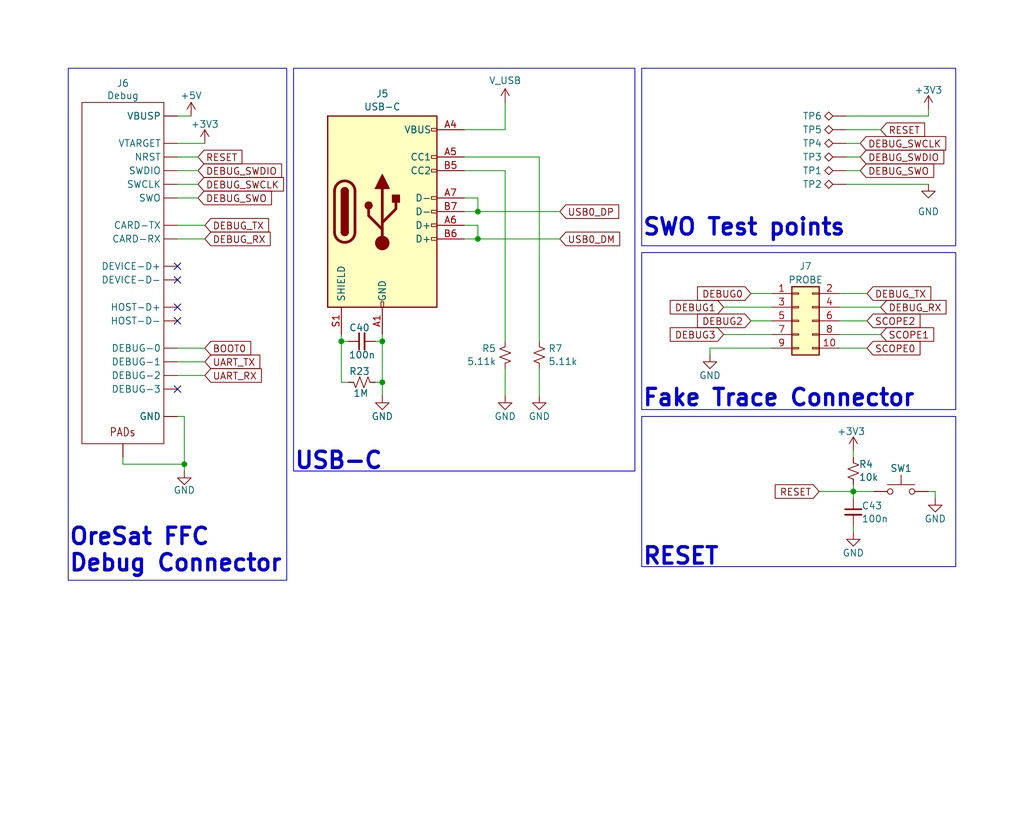
<source format=kicad_sch>
(kicad_sch
	(version 20250114)
	(generator "eeschema")
	(generator_version "9.0")
	(uuid "7c973594-745d-45d1-beed-89cefdd9467c")
	(paper "User" 190.5 152.4)
	(title_block
		(title "OreSat Reaction Wheel Control Board (MCXN Version)")
		(rev "3")
		(company "Chris Kane-Pardy, Portland State Aerospace Society")
	)
	(lib_symbols
		(symbol "Connector:TestPoint_Alt"
			(pin_numbers
				(hide yes)
			)
			(pin_names
				(offset 0.762)
				(hide yes)
			)
			(exclude_from_sim no)
			(in_bom yes)
			(on_board yes)
			(property "Reference" "TP"
				(at 0 6.858 0)
				(effects
					(font
						(size 1.27 1.27)
					)
				)
			)
			(property "Value" "TestPoint_Alt"
				(at 0 5.08 0)
				(effects
					(font
						(size 1.27 1.27)
					)
				)
			)
			(property "Footprint" ""
				(at 5.08 0 0)
				(effects
					(font
						(size 1.27 1.27)
					)
					(hide yes)
				)
			)
			(property "Datasheet" "~"
				(at 5.08 0 0)
				(effects
					(font
						(size 1.27 1.27)
					)
					(hide yes)
				)
			)
			(property "Description" "test point (alternative shape)"
				(at 0 0 0)
				(effects
					(font
						(size 1.27 1.27)
					)
					(hide yes)
				)
			)
			(property "ki_keywords" "test point tp"
				(at 0 0 0)
				(effects
					(font
						(size 1.27 1.27)
					)
					(hide yes)
				)
			)
			(property "ki_fp_filters" "Pin* Test*"
				(at 0 0 0)
				(effects
					(font
						(size 1.27 1.27)
					)
					(hide yes)
				)
			)
			(symbol "TestPoint_Alt_0_1"
				(polyline
					(pts
						(xy 0 2.54) (xy -0.762 3.302) (xy 0 4.064) (xy 0.762 3.302) (xy 0 2.54)
					)
					(stroke
						(width 0)
						(type default)
					)
					(fill
						(type none)
					)
				)
			)
			(symbol "TestPoint_Alt_1_1"
				(pin passive line
					(at 0 0 90)
					(length 2.54)
					(name "1"
						(effects
							(font
								(size 1.27 1.27)
							)
						)
					)
					(number "1"
						(effects
							(font
								(size 1.27 1.27)
							)
						)
					)
				)
			)
			(embedded_fonts no)
		)
		(symbol "Connector:USB_C_Receptacle_USB2.0_14P"
			(pin_names
				(offset 1.016)
			)
			(exclude_from_sim no)
			(in_bom yes)
			(on_board yes)
			(property "Reference" "J"
				(at 0 22.225 0)
				(effects
					(font
						(size 1.27 1.27)
					)
				)
			)
			(property "Value" "USB_C_Receptacle_USB2.0_14P"
				(at 0 19.685 0)
				(effects
					(font
						(size 1.27 1.27)
					)
				)
			)
			(property "Footprint" ""
				(at 3.81 0 0)
				(effects
					(font
						(size 1.27 1.27)
					)
					(hide yes)
				)
			)
			(property "Datasheet" "https://www.usb.org/sites/default/files/documents/usb_type-c.zip"
				(at 3.81 0 0)
				(effects
					(font
						(size 1.27 1.27)
					)
					(hide yes)
				)
			)
			(property "Description" "USB 2.0-only 14P Type-C Receptacle connector"
				(at 0 0 0)
				(effects
					(font
						(size 1.27 1.27)
					)
					(hide yes)
				)
			)
			(property "ki_keywords" "usb universal serial bus type-C USB2.0"
				(at 0 0 0)
				(effects
					(font
						(size 1.27 1.27)
					)
					(hide yes)
				)
			)
			(property "ki_fp_filters" "USB*C*Receptacle*"
				(at 0 0 0)
				(effects
					(font
						(size 1.27 1.27)
					)
					(hide yes)
				)
			)
			(symbol "USB_C_Receptacle_USB2.0_14P_0_0"
				(rectangle
					(start -0.254 -17.78)
					(end 0.254 -16.764)
					(stroke
						(width 0)
						(type default)
					)
					(fill
						(type none)
					)
				)
				(rectangle
					(start 10.16 15.494)
					(end 9.144 14.986)
					(stroke
						(width 0)
						(type default)
					)
					(fill
						(type none)
					)
				)
				(rectangle
					(start 10.16 10.414)
					(end 9.144 9.906)
					(stroke
						(width 0)
						(type default)
					)
					(fill
						(type none)
					)
				)
				(rectangle
					(start 10.16 7.874)
					(end 9.144 7.366)
					(stroke
						(width 0)
						(type default)
					)
					(fill
						(type none)
					)
				)
				(rectangle
					(start 10.16 2.794)
					(end 9.144 2.286)
					(stroke
						(width 0)
						(type default)
					)
					(fill
						(type none)
					)
				)
				(rectangle
					(start 10.16 0.254)
					(end 9.144 -0.254)
					(stroke
						(width 0)
						(type default)
					)
					(fill
						(type none)
					)
				)
				(rectangle
					(start 10.16 -2.286)
					(end 9.144 -2.794)
					(stroke
						(width 0)
						(type default)
					)
					(fill
						(type none)
					)
				)
				(rectangle
					(start 10.16 -4.826)
					(end 9.144 -5.334)
					(stroke
						(width 0)
						(type default)
					)
					(fill
						(type none)
					)
				)
			)
			(symbol "USB_C_Receptacle_USB2.0_14P_0_1"
				(rectangle
					(start -10.16 17.78)
					(end 10.16 -17.78)
					(stroke
						(width 0.254)
						(type default)
					)
					(fill
						(type background)
					)
				)
				(polyline
					(pts
						(xy -8.89 -3.81) (xy -8.89 3.81)
					)
					(stroke
						(width 0.508)
						(type default)
					)
					(fill
						(type none)
					)
				)
				(rectangle
					(start -7.62 -3.81)
					(end -6.35 3.81)
					(stroke
						(width 0.254)
						(type default)
					)
					(fill
						(type outline)
					)
				)
				(arc
					(start -7.62 3.81)
					(mid -6.985 4.4423)
					(end -6.35 3.81)
					(stroke
						(width 0.254)
						(type default)
					)
					(fill
						(type none)
					)
				)
				(arc
					(start -7.62 3.81)
					(mid -6.985 4.4423)
					(end -6.35 3.81)
					(stroke
						(width 0.254)
						(type default)
					)
					(fill
						(type outline)
					)
				)
				(arc
					(start -8.89 3.81)
					(mid -6.985 5.7067)
					(end -5.08 3.81)
					(stroke
						(width 0.508)
						(type default)
					)
					(fill
						(type none)
					)
				)
				(arc
					(start -5.08 -3.81)
					(mid -6.985 -5.7067)
					(end -8.89 -3.81)
					(stroke
						(width 0.508)
						(type default)
					)
					(fill
						(type none)
					)
				)
				(arc
					(start -6.35 -3.81)
					(mid -6.985 -4.4423)
					(end -7.62 -3.81)
					(stroke
						(width 0.254)
						(type default)
					)
					(fill
						(type none)
					)
				)
				(arc
					(start -6.35 -3.81)
					(mid -6.985 -4.4423)
					(end -7.62 -3.81)
					(stroke
						(width 0.254)
						(type default)
					)
					(fill
						(type outline)
					)
				)
				(polyline
					(pts
						(xy -5.08 3.81) (xy -5.08 -3.81)
					)
					(stroke
						(width 0.508)
						(type default)
					)
					(fill
						(type none)
					)
				)
				(circle
					(center -2.54 1.143)
					(radius 0.635)
					(stroke
						(width 0.254)
						(type default)
					)
					(fill
						(type outline)
					)
				)
				(polyline
					(pts
						(xy -1.27 4.318) (xy 0 6.858) (xy 1.27 4.318) (xy -1.27 4.318)
					)
					(stroke
						(width 0.254)
						(type default)
					)
					(fill
						(type outline)
					)
				)
				(polyline
					(pts
						(xy 0 -2.032) (xy 2.54 0.508) (xy 2.54 1.778)
					)
					(stroke
						(width 0.508)
						(type default)
					)
					(fill
						(type none)
					)
				)
				(polyline
					(pts
						(xy 0 -3.302) (xy -2.54 -0.762) (xy -2.54 0.508)
					)
					(stroke
						(width 0.508)
						(type default)
					)
					(fill
						(type none)
					)
				)
				(polyline
					(pts
						(xy 0 -5.842) (xy 0 4.318)
					)
					(stroke
						(width 0.508)
						(type default)
					)
					(fill
						(type none)
					)
				)
				(circle
					(center 0 -5.842)
					(radius 1.27)
					(stroke
						(width 0)
						(type default)
					)
					(fill
						(type outline)
					)
				)
				(rectangle
					(start 1.905 1.778)
					(end 3.175 3.048)
					(stroke
						(width 0.254)
						(type default)
					)
					(fill
						(type outline)
					)
				)
			)
			(symbol "USB_C_Receptacle_USB2.0_14P_1_1"
				(pin passive line
					(at -7.62 -22.86 90)
					(length 5.08)
					(name "SHIELD"
						(effects
							(font
								(size 1.27 1.27)
							)
						)
					)
					(number "S1"
						(effects
							(font
								(size 1.27 1.27)
							)
						)
					)
				)
				(pin passive line
					(at 0 -22.86 90)
					(length 5.08)
					(name "GND"
						(effects
							(font
								(size 1.27 1.27)
							)
						)
					)
					(number "A1"
						(effects
							(font
								(size 1.27 1.27)
							)
						)
					)
				)
				(pin passive line
					(at 0 -22.86 90)
					(length 5.08)
					(hide yes)
					(name "GND"
						(effects
							(font
								(size 1.27 1.27)
							)
						)
					)
					(number "A12"
						(effects
							(font
								(size 1.27 1.27)
							)
						)
					)
				)
				(pin passive line
					(at 0 -22.86 90)
					(length 5.08)
					(hide yes)
					(name "GND"
						(effects
							(font
								(size 1.27 1.27)
							)
						)
					)
					(number "B1"
						(effects
							(font
								(size 1.27 1.27)
							)
						)
					)
				)
				(pin passive line
					(at 0 -22.86 90)
					(length 5.08)
					(hide yes)
					(name "GND"
						(effects
							(font
								(size 1.27 1.27)
							)
						)
					)
					(number "B12"
						(effects
							(font
								(size 1.27 1.27)
							)
						)
					)
				)
				(pin passive line
					(at 15.24 15.24 180)
					(length 5.08)
					(name "VBUS"
						(effects
							(font
								(size 1.27 1.27)
							)
						)
					)
					(number "A4"
						(effects
							(font
								(size 1.27 1.27)
							)
						)
					)
				)
				(pin passive line
					(at 15.24 15.24 180)
					(length 5.08)
					(hide yes)
					(name "VBUS"
						(effects
							(font
								(size 1.27 1.27)
							)
						)
					)
					(number "A9"
						(effects
							(font
								(size 1.27 1.27)
							)
						)
					)
				)
				(pin passive line
					(at 15.24 15.24 180)
					(length 5.08)
					(hide yes)
					(name "VBUS"
						(effects
							(font
								(size 1.27 1.27)
							)
						)
					)
					(number "B4"
						(effects
							(font
								(size 1.27 1.27)
							)
						)
					)
				)
				(pin passive line
					(at 15.24 15.24 180)
					(length 5.08)
					(hide yes)
					(name "VBUS"
						(effects
							(font
								(size 1.27 1.27)
							)
						)
					)
					(number "B9"
						(effects
							(font
								(size 1.27 1.27)
							)
						)
					)
				)
				(pin bidirectional line
					(at 15.24 10.16 180)
					(length 5.08)
					(name "CC1"
						(effects
							(font
								(size 1.27 1.27)
							)
						)
					)
					(number "A5"
						(effects
							(font
								(size 1.27 1.27)
							)
						)
					)
				)
				(pin bidirectional line
					(at 15.24 7.62 180)
					(length 5.08)
					(name "CC2"
						(effects
							(font
								(size 1.27 1.27)
							)
						)
					)
					(number "B5"
						(effects
							(font
								(size 1.27 1.27)
							)
						)
					)
				)
				(pin bidirectional line
					(at 15.24 2.54 180)
					(length 5.08)
					(name "D-"
						(effects
							(font
								(size 1.27 1.27)
							)
						)
					)
					(number "A7"
						(effects
							(font
								(size 1.27 1.27)
							)
						)
					)
				)
				(pin bidirectional line
					(at 15.24 0 180)
					(length 5.08)
					(name "D-"
						(effects
							(font
								(size 1.27 1.27)
							)
						)
					)
					(number "B7"
						(effects
							(font
								(size 1.27 1.27)
							)
						)
					)
				)
				(pin bidirectional line
					(at 15.24 -2.54 180)
					(length 5.08)
					(name "D+"
						(effects
							(font
								(size 1.27 1.27)
							)
						)
					)
					(number "A6"
						(effects
							(font
								(size 1.27 1.27)
							)
						)
					)
				)
				(pin bidirectional line
					(at 15.24 -5.08 180)
					(length 5.08)
					(name "D+"
						(effects
							(font
								(size 1.27 1.27)
							)
						)
					)
					(number "B6"
						(effects
							(font
								(size 1.27 1.27)
							)
						)
					)
				)
			)
			(embedded_fonts no)
		)
		(symbol "Connector_Generic:Conn_02x05_Odd_Even"
			(pin_names
				(offset 1.016)
				(hide yes)
			)
			(exclude_from_sim no)
			(in_bom yes)
			(on_board yes)
			(property "Reference" "J"
				(at 1.27 7.62 0)
				(effects
					(font
						(size 1.27 1.27)
					)
				)
			)
			(property "Value" "Conn_02x05_Odd_Even"
				(at 1.27 -7.62 0)
				(effects
					(font
						(size 1.27 1.27)
					)
				)
			)
			(property "Footprint" ""
				(at 0 0 0)
				(effects
					(font
						(size 1.27 1.27)
					)
					(hide yes)
				)
			)
			(property "Datasheet" "~"
				(at 0 0 0)
				(effects
					(font
						(size 1.27 1.27)
					)
					(hide yes)
				)
			)
			(property "Description" "Generic connector, double row, 02x05, odd/even pin numbering scheme (row 1 odd numbers, row 2 even numbers), script generated (kicad-library-utils/schlib/autogen/connector/)"
				(at 0 0 0)
				(effects
					(font
						(size 1.27 1.27)
					)
					(hide yes)
				)
			)
			(property "ki_keywords" "connector"
				(at 0 0 0)
				(effects
					(font
						(size 1.27 1.27)
					)
					(hide yes)
				)
			)
			(property "ki_fp_filters" "Connector*:*_2x??_*"
				(at 0 0 0)
				(effects
					(font
						(size 1.27 1.27)
					)
					(hide yes)
				)
			)
			(symbol "Conn_02x05_Odd_Even_1_1"
				(rectangle
					(start -1.27 6.35)
					(end 3.81 -6.35)
					(stroke
						(width 0.254)
						(type default)
					)
					(fill
						(type background)
					)
				)
				(rectangle
					(start -1.27 5.207)
					(end 0 4.953)
					(stroke
						(width 0.1524)
						(type default)
					)
					(fill
						(type none)
					)
				)
				(rectangle
					(start -1.27 2.667)
					(end 0 2.413)
					(stroke
						(width 0.1524)
						(type default)
					)
					(fill
						(type none)
					)
				)
				(rectangle
					(start -1.27 0.127)
					(end 0 -0.127)
					(stroke
						(width 0.1524)
						(type default)
					)
					(fill
						(type none)
					)
				)
				(rectangle
					(start -1.27 -2.413)
					(end 0 -2.667)
					(stroke
						(width 0.1524)
						(type default)
					)
					(fill
						(type none)
					)
				)
				(rectangle
					(start -1.27 -4.953)
					(end 0 -5.207)
					(stroke
						(width 0.1524)
						(type default)
					)
					(fill
						(type none)
					)
				)
				(rectangle
					(start 3.81 5.207)
					(end 2.54 4.953)
					(stroke
						(width 0.1524)
						(type default)
					)
					(fill
						(type none)
					)
				)
				(rectangle
					(start 3.81 2.667)
					(end 2.54 2.413)
					(stroke
						(width 0.1524)
						(type default)
					)
					(fill
						(type none)
					)
				)
				(rectangle
					(start 3.81 0.127)
					(end 2.54 -0.127)
					(stroke
						(width 0.1524)
						(type default)
					)
					(fill
						(type none)
					)
				)
				(rectangle
					(start 3.81 -2.413)
					(end 2.54 -2.667)
					(stroke
						(width 0.1524)
						(type default)
					)
					(fill
						(type none)
					)
				)
				(rectangle
					(start 3.81 -4.953)
					(end 2.54 -5.207)
					(stroke
						(width 0.1524)
						(type default)
					)
					(fill
						(type none)
					)
				)
				(pin passive line
					(at -5.08 5.08 0)
					(length 3.81)
					(name "Pin_1"
						(effects
							(font
								(size 1.27 1.27)
							)
						)
					)
					(number "1"
						(effects
							(font
								(size 1.27 1.27)
							)
						)
					)
				)
				(pin passive line
					(at -5.08 2.54 0)
					(length 3.81)
					(name "Pin_3"
						(effects
							(font
								(size 1.27 1.27)
							)
						)
					)
					(number "3"
						(effects
							(font
								(size 1.27 1.27)
							)
						)
					)
				)
				(pin passive line
					(at -5.08 0 0)
					(length 3.81)
					(name "Pin_5"
						(effects
							(font
								(size 1.27 1.27)
							)
						)
					)
					(number "5"
						(effects
							(font
								(size 1.27 1.27)
							)
						)
					)
				)
				(pin passive line
					(at -5.08 -2.54 0)
					(length 3.81)
					(name "Pin_7"
						(effects
							(font
								(size 1.27 1.27)
							)
						)
					)
					(number "7"
						(effects
							(font
								(size 1.27 1.27)
							)
						)
					)
				)
				(pin passive line
					(at -5.08 -5.08 0)
					(length 3.81)
					(name "Pin_9"
						(effects
							(font
								(size 1.27 1.27)
							)
						)
					)
					(number "9"
						(effects
							(font
								(size 1.27 1.27)
							)
						)
					)
				)
				(pin passive line
					(at 7.62 5.08 180)
					(length 3.81)
					(name "Pin_2"
						(effects
							(font
								(size 1.27 1.27)
							)
						)
					)
					(number "2"
						(effects
							(font
								(size 1.27 1.27)
							)
						)
					)
				)
				(pin passive line
					(at 7.62 2.54 180)
					(length 3.81)
					(name "Pin_4"
						(effects
							(font
								(size 1.27 1.27)
							)
						)
					)
					(number "4"
						(effects
							(font
								(size 1.27 1.27)
							)
						)
					)
				)
				(pin passive line
					(at 7.62 0 180)
					(length 3.81)
					(name "Pin_6"
						(effects
							(font
								(size 1.27 1.27)
							)
						)
					)
					(number "6"
						(effects
							(font
								(size 1.27 1.27)
							)
						)
					)
				)
				(pin passive line
					(at 7.62 -2.54 180)
					(length 3.81)
					(name "Pin_8"
						(effects
							(font
								(size 1.27 1.27)
							)
						)
					)
					(number "8"
						(effects
							(font
								(size 1.27 1.27)
							)
						)
					)
				)
				(pin passive line
					(at 7.62 -5.08 180)
					(length 3.81)
					(name "Pin_10"
						(effects
							(font
								(size 1.27 1.27)
							)
						)
					)
					(number "10"
						(effects
							(font
								(size 1.27 1.27)
							)
						)
					)
				)
			)
			(embedded_fonts no)
		)
		(symbol "Device:C_Small"
			(pin_numbers
				(hide yes)
			)
			(pin_names
				(offset 0.254)
				(hide yes)
			)
			(exclude_from_sim no)
			(in_bom yes)
			(on_board yes)
			(property "Reference" "C"
				(at 0.254 1.778 0)
				(effects
					(font
						(size 1.27 1.27)
					)
					(justify left)
				)
			)
			(property "Value" "C_Small"
				(at 0.254 -2.032 0)
				(effects
					(font
						(size 1.27 1.27)
					)
					(justify left)
				)
			)
			(property "Footprint" ""
				(at 0 0 0)
				(effects
					(font
						(size 1.27 1.27)
					)
					(hide yes)
				)
			)
			(property "Datasheet" "~"
				(at 0 0 0)
				(effects
					(font
						(size 1.27 1.27)
					)
					(hide yes)
				)
			)
			(property "Description" "Unpolarized capacitor, small symbol"
				(at 0 0 0)
				(effects
					(font
						(size 1.27 1.27)
					)
					(hide yes)
				)
			)
			(property "ki_keywords" "capacitor cap"
				(at 0 0 0)
				(effects
					(font
						(size 1.27 1.27)
					)
					(hide yes)
				)
			)
			(property "ki_fp_filters" "C_*"
				(at 0 0 0)
				(effects
					(font
						(size 1.27 1.27)
					)
					(hide yes)
				)
			)
			(symbol "C_Small_0_1"
				(polyline
					(pts
						(xy -1.524 0.508) (xy 1.524 0.508)
					)
					(stroke
						(width 0.3048)
						(type default)
					)
					(fill
						(type none)
					)
				)
				(polyline
					(pts
						(xy -1.524 -0.508) (xy 1.524 -0.508)
					)
					(stroke
						(width 0.3302)
						(type default)
					)
					(fill
						(type none)
					)
				)
			)
			(symbol "C_Small_1_1"
				(pin passive line
					(at 0 2.54 270)
					(length 2.032)
					(name "~"
						(effects
							(font
								(size 1.27 1.27)
							)
						)
					)
					(number "1"
						(effects
							(font
								(size 1.27 1.27)
							)
						)
					)
				)
				(pin passive line
					(at 0 -2.54 90)
					(length 2.032)
					(name "~"
						(effects
							(font
								(size 1.27 1.27)
							)
						)
					)
					(number "2"
						(effects
							(font
								(size 1.27 1.27)
							)
						)
					)
				)
			)
			(embedded_fonts no)
		)
		(symbol "Device:R_Small_US"
			(pin_numbers
				(hide yes)
			)
			(pin_names
				(offset 0.254)
				(hide yes)
			)
			(exclude_from_sim no)
			(in_bom yes)
			(on_board yes)
			(property "Reference" "R"
				(at 0.762 0.508 0)
				(effects
					(font
						(size 1.27 1.27)
					)
					(justify left)
				)
			)
			(property "Value" "R_Small_US"
				(at 0.762 -1.016 0)
				(effects
					(font
						(size 1.27 1.27)
					)
					(justify left)
				)
			)
			(property "Footprint" ""
				(at 0 0 0)
				(effects
					(font
						(size 1.27 1.27)
					)
					(hide yes)
				)
			)
			(property "Datasheet" "~"
				(at 0 0 0)
				(effects
					(font
						(size 1.27 1.27)
					)
					(hide yes)
				)
			)
			(property "Description" "Resistor, small US symbol"
				(at 0 0 0)
				(effects
					(font
						(size 1.27 1.27)
					)
					(hide yes)
				)
			)
			(property "ki_keywords" "r resistor"
				(at 0 0 0)
				(effects
					(font
						(size 1.27 1.27)
					)
					(hide yes)
				)
			)
			(property "ki_fp_filters" "R_*"
				(at 0 0 0)
				(effects
					(font
						(size 1.27 1.27)
					)
					(hide yes)
				)
			)
			(symbol "R_Small_US_1_1"
				(polyline
					(pts
						(xy 0 1.524) (xy 1.016 1.143) (xy 0 0.762) (xy -1.016 0.381) (xy 0 0)
					)
					(stroke
						(width 0)
						(type default)
					)
					(fill
						(type none)
					)
				)
				(polyline
					(pts
						(xy 0 0) (xy 1.016 -0.381) (xy 0 -0.762) (xy -1.016 -1.143) (xy 0 -1.524)
					)
					(stroke
						(width 0)
						(type default)
					)
					(fill
						(type none)
					)
				)
				(pin passive line
					(at 0 2.54 270)
					(length 1.016)
					(name "~"
						(effects
							(font
								(size 1.27 1.27)
							)
						)
					)
					(number "1"
						(effects
							(font
								(size 1.27 1.27)
							)
						)
					)
				)
				(pin passive line
					(at 0 -2.54 90)
					(length 1.016)
					(name "~"
						(effects
							(font
								(size 1.27 1.27)
							)
						)
					)
					(number "2"
						(effects
							(font
								(size 1.27 1.27)
							)
						)
					)
				)
			)
			(embedded_fonts no)
		)
		(symbol "MCXN-rev-3-symbols:J-TE-Debug-2-1734592-0"
			(exclude_from_sim no)
			(in_bom yes)
			(on_board yes)
			(property "Reference" "J"
				(at 0 35.56 0)
				(effects
					(font
						(size 1.27 1.27)
					)
				)
			)
			(property "Value" "J-TE-Debug-2-1734592-0"
				(at 0 33.02 0)
				(effects
					(font
						(size 1.27 1.27)
					)
				)
			)
			(property "Footprint" "oresat-footprints:J-TE_2-1734592-0"
				(at 0 8.89 0)
				(effects
					(font
						(size 1.27 1.27)
					)
					(hide yes)
				)
			)
			(property "Datasheet" ""
				(at 0 8.89 0)
				(effects
					(font
						(size 1.27 1.27)
					)
					(hide yes)
				)
			)
			(property "Description" "OreSat debug connector, 20 pos FPC"
				(at 0 0 0)
				(effects
					(font
						(size 1.27 1.27)
					)
					(hide yes)
				)
			)
			(symbol "J-TE-Debug-2-1734592-0_1_0"
				(polyline
					(pts
						(xy -7.62 30.48) (xy -7.62 -33.02)
					)
					(stroke
						(width 0.1524)
						(type default)
					)
					(fill
						(type none)
					)
				)
				(polyline
					(pts
						(xy -7.62 -33.02) (xy 7.62 -33.02)
					)
					(stroke
						(width 0.1524)
						(type default)
					)
					(fill
						(type none)
					)
				)
				(polyline
					(pts
						(xy 7.62 30.48) (xy -7.62 30.48)
					)
					(stroke
						(width 0.1524)
						(type default)
					)
					(fill
						(type none)
					)
				)
				(polyline
					(pts
						(xy 7.62 -33.02) (xy 7.62 30.48)
					)
					(stroke
						(width 0.1524)
						(type default)
					)
					(fill
						(type none)
					)
				)
				(text "PADs"
					(at -2.54 -31.75 0)
					(effects
						(font
							(size 1.524 1.2954)
						)
						(justify left bottom)
					)
				)
				(pin bidirectional line
					(at 0 -35.56 90)
					(length 2.54)
					(name "PAD"
						(effects
							(font
								(size 0 0)
							)
						)
					)
					(number "PAD1"
						(effects
							(font
								(size 0 0)
							)
						)
					)
				)
				(pin bidirectional line
					(at 0 -35.56 90)
					(length 2.54)
					(name "PAD"
						(effects
							(font
								(size 0 0)
							)
						)
					)
					(number "PAD2"
						(effects
							(font
								(size 0 0)
							)
						)
					)
				)
				(pin passive line
					(at 10.16 27.94 180)
					(length 2.54)
					(name "VBUSP"
						(effects
							(font
								(size 1.27 1.27)
							)
						)
					)
					(number "1"
						(effects
							(font
								(size 0 0)
							)
						)
					)
				)
				(pin passive line
					(at 10.16 27.94 180)
					(length 2.54)
					(name "VBUSP"
						(effects
							(font
								(size 1.27 1.27)
							)
						)
					)
					(number "2"
						(effects
							(font
								(size 0 0)
							)
						)
					)
				)
				(pin passive line
					(at 10.16 22.86 180)
					(length 2.54)
					(name "VTARGET"
						(effects
							(font
								(size 1.27 1.27)
							)
						)
					)
					(number "11"
						(effects
							(font
								(size 0 0)
							)
						)
					)
				)
				(pin passive line
					(at 10.16 20.32 180)
					(length 2.54)
					(name "NRST"
						(effects
							(font
								(size 1.27 1.27)
							)
						)
					)
					(number "10"
						(effects
							(font
								(size 0 0)
							)
						)
					)
				)
				(pin passive line
					(at 10.16 17.78 180)
					(length 2.54)
					(name "SWDIO"
						(effects
							(font
								(size 1.27 1.27)
							)
						)
					)
					(number "14"
						(effects
							(font
								(size 0 0)
							)
						)
					)
				)
				(pin passive line
					(at 10.16 15.24 180)
					(length 2.54)
					(name "SWCLK"
						(effects
							(font
								(size 1.27 1.27)
							)
						)
					)
					(number "15"
						(effects
							(font
								(size 0 0)
							)
						)
					)
				)
				(pin passive line
					(at 10.16 12.7 180)
					(length 2.54)
					(name "SWO"
						(effects
							(font
								(size 1.27 1.27)
							)
						)
					)
					(number "16"
						(effects
							(font
								(size 0 0)
							)
						)
					)
				)
				(pin passive line
					(at 10.16 7.62 180)
					(length 2.54)
					(name "CARD-TX"
						(effects
							(font
								(size 1.27 1.27)
							)
						)
					)
					(number "13"
						(effects
							(font
								(size 0 0)
							)
						)
					)
				)
				(pin passive line
					(at 10.16 5.08 180)
					(length 2.54)
					(name "CARD-RX"
						(effects
							(font
								(size 1.27 1.27)
							)
						)
					)
					(number "12"
						(effects
							(font
								(size 0 0)
							)
						)
					)
				)
				(pin passive line
					(at 10.16 0 180)
					(length 2.54)
					(name "DEVICE-D+"
						(effects
							(font
								(size 1.27 1.27)
							)
						)
					)
					(number "4"
						(effects
							(font
								(size 0 0)
							)
						)
					)
				)
				(pin passive line
					(at 10.16 -2.54 180)
					(length 2.54)
					(name "DEVICE-D-"
						(effects
							(font
								(size 1.27 1.27)
							)
						)
					)
					(number "5"
						(effects
							(font
								(size 0 0)
							)
						)
					)
				)
				(pin passive line
					(at 10.16 -7.62 180)
					(length 2.54)
					(name "HOST-D+"
						(effects
							(font
								(size 1.27 1.27)
							)
						)
					)
					(number "7"
						(effects
							(font
								(size 0 0)
							)
						)
					)
				)
				(pin passive line
					(at 10.16 -10.16 180)
					(length 2.54)
					(name "HOST-D-"
						(effects
							(font
								(size 1.27 1.27)
							)
						)
					)
					(number "8"
						(effects
							(font
								(size 0 0)
							)
						)
					)
				)
				(pin passive line
					(at 10.16 -15.24 180)
					(length 2.54)
					(name "DEBUG-0"
						(effects
							(font
								(size 1.27 1.27)
							)
						)
					)
					(number "17"
						(effects
							(font
								(size 0 0)
							)
						)
					)
				)
				(pin passive line
					(at 10.16 -17.78 180)
					(length 2.54)
					(name "DEBUG-1"
						(effects
							(font
								(size 1.27 1.27)
							)
						)
					)
					(number "18"
						(effects
							(font
								(size 0 0)
							)
						)
					)
				)
				(pin passive line
					(at 10.16 -20.32 180)
					(length 2.54)
					(name "DEBUG-2"
						(effects
							(font
								(size 1.27 1.27)
							)
						)
					)
					(number "19"
						(effects
							(font
								(size 0 0)
							)
						)
					)
				)
				(pin passive line
					(at 10.16 -22.86 180)
					(length 2.54)
					(name "DEBUG-3"
						(effects
							(font
								(size 1.27 1.27)
							)
						)
					)
					(number "20"
						(effects
							(font
								(size 0 0)
							)
						)
					)
				)
				(pin passive line
					(at 10.16 -27.94 180)
					(length 2.54)
					(name "GND"
						(effects
							(font
								(size 1.27 1.27)
							)
						)
					)
					(number "3"
						(effects
							(font
								(size 0 0)
							)
						)
					)
				)
				(pin passive line
					(at 10.16 -27.94 180)
					(length 2.54)
					(name "GND"
						(effects
							(font
								(size 1.27 1.27)
							)
						)
					)
					(number "6"
						(effects
							(font
								(size 0 0)
							)
						)
					)
				)
				(pin passive line
					(at 10.16 -27.94 180)
					(length 2.54)
					(name "GND"
						(effects
							(font
								(size 1.27 1.27)
							)
						)
					)
					(number "9"
						(effects
							(font
								(size 0 0)
							)
						)
					)
				)
			)
			(embedded_fonts no)
		)
		(symbol "Switch:SW_Push"
			(pin_numbers
				(hide yes)
			)
			(pin_names
				(offset 1.016)
				(hide yes)
			)
			(exclude_from_sim no)
			(in_bom yes)
			(on_board yes)
			(property "Reference" "SW"
				(at 1.27 2.54 0)
				(effects
					(font
						(size 1.27 1.27)
					)
					(justify left)
				)
			)
			(property "Value" "SW_Push"
				(at 0 -1.524 0)
				(effects
					(font
						(size 1.27 1.27)
					)
				)
			)
			(property "Footprint" ""
				(at 0 5.08 0)
				(effects
					(font
						(size 1.27 1.27)
					)
					(hide yes)
				)
			)
			(property "Datasheet" "~"
				(at 0 5.08 0)
				(effects
					(font
						(size 1.27 1.27)
					)
					(hide yes)
				)
			)
			(property "Description" "Push button switch, generic, two pins"
				(at 0 0 0)
				(effects
					(font
						(size 1.27 1.27)
					)
					(hide yes)
				)
			)
			(property "ki_keywords" "switch normally-open pushbutton push-button"
				(at 0 0 0)
				(effects
					(font
						(size 1.27 1.27)
					)
					(hide yes)
				)
			)
			(symbol "SW_Push_0_1"
				(circle
					(center -2.032 0)
					(radius 0.508)
					(stroke
						(width 0)
						(type default)
					)
					(fill
						(type none)
					)
				)
				(polyline
					(pts
						(xy 0 1.27) (xy 0 3.048)
					)
					(stroke
						(width 0)
						(type default)
					)
					(fill
						(type none)
					)
				)
				(circle
					(center 2.032 0)
					(radius 0.508)
					(stroke
						(width 0)
						(type default)
					)
					(fill
						(type none)
					)
				)
				(polyline
					(pts
						(xy 2.54 1.27) (xy -2.54 1.27)
					)
					(stroke
						(width 0)
						(type default)
					)
					(fill
						(type none)
					)
				)
				(pin passive line
					(at -5.08 0 0)
					(length 2.54)
					(name "1"
						(effects
							(font
								(size 1.27 1.27)
							)
						)
					)
					(number "1"
						(effects
							(font
								(size 1.27 1.27)
							)
						)
					)
				)
				(pin passive line
					(at 5.08 0 180)
					(length 2.54)
					(name "2"
						(effects
							(font
								(size 1.27 1.27)
							)
						)
					)
					(number "2"
						(effects
							(font
								(size 1.27 1.27)
							)
						)
					)
				)
			)
			(embedded_fonts no)
		)
		(symbol "power:+3.3V"
			(power)
			(pin_numbers
				(hide yes)
			)
			(pin_names
				(offset 0)
				(hide yes)
			)
			(exclude_from_sim no)
			(in_bom yes)
			(on_board yes)
			(property "Reference" "#PWR"
				(at 0 -3.81 0)
				(effects
					(font
						(size 1.27 1.27)
					)
					(hide yes)
				)
			)
			(property "Value" "+3.3V"
				(at 0 3.556 0)
				(effects
					(font
						(size 1.27 1.27)
					)
				)
			)
			(property "Footprint" ""
				(at 0 0 0)
				(effects
					(font
						(size 1.27 1.27)
					)
					(hide yes)
				)
			)
			(property "Datasheet" ""
				(at 0 0 0)
				(effects
					(font
						(size 1.27 1.27)
					)
					(hide yes)
				)
			)
			(property "Description" "Power symbol creates a global label with name \"+3.3V\""
				(at 0 0 0)
				(effects
					(font
						(size 1.27 1.27)
					)
					(hide yes)
				)
			)
			(property "ki_keywords" "global power"
				(at 0 0 0)
				(effects
					(font
						(size 1.27 1.27)
					)
					(hide yes)
				)
			)
			(symbol "+3.3V_0_1"
				(polyline
					(pts
						(xy -0.762 1.27) (xy 0 2.54)
					)
					(stroke
						(width 0)
						(type default)
					)
					(fill
						(type none)
					)
				)
				(polyline
					(pts
						(xy 0 2.54) (xy 0.762 1.27)
					)
					(stroke
						(width 0)
						(type default)
					)
					(fill
						(type none)
					)
				)
				(polyline
					(pts
						(xy 0 0) (xy 0 2.54)
					)
					(stroke
						(width 0)
						(type default)
					)
					(fill
						(type none)
					)
				)
			)
			(symbol "+3.3V_1_1"
				(pin power_in line
					(at 0 0 90)
					(length 0)
					(name "~"
						(effects
							(font
								(size 1.27 1.27)
							)
						)
					)
					(number "1"
						(effects
							(font
								(size 1.27 1.27)
							)
						)
					)
				)
			)
			(embedded_fonts no)
		)
		(symbol "power:+3V3"
			(power)
			(pin_numbers
				(hide yes)
			)
			(pin_names
				(offset 0)
				(hide yes)
			)
			(exclude_from_sim no)
			(in_bom yes)
			(on_board yes)
			(property "Reference" "#PWR"
				(at 0 -3.81 0)
				(effects
					(font
						(size 1.27 1.27)
					)
					(hide yes)
				)
			)
			(property "Value" "+3V3"
				(at 0 3.556 0)
				(effects
					(font
						(size 1.27 1.27)
					)
				)
			)
			(property "Footprint" ""
				(at 0 0 0)
				(effects
					(font
						(size 1.27 1.27)
					)
					(hide yes)
				)
			)
			(property "Datasheet" ""
				(at 0 0 0)
				(effects
					(font
						(size 1.27 1.27)
					)
					(hide yes)
				)
			)
			(property "Description" "Power symbol creates a global label with name \"+3V3\""
				(at 0 0 0)
				(effects
					(font
						(size 1.27 1.27)
					)
					(hide yes)
				)
			)
			(property "ki_keywords" "global power"
				(at 0 0 0)
				(effects
					(font
						(size 1.27 1.27)
					)
					(hide yes)
				)
			)
			(symbol "+3V3_0_1"
				(polyline
					(pts
						(xy -0.762 1.27) (xy 0 2.54)
					)
					(stroke
						(width 0)
						(type default)
					)
					(fill
						(type none)
					)
				)
				(polyline
					(pts
						(xy 0 2.54) (xy 0.762 1.27)
					)
					(stroke
						(width 0)
						(type default)
					)
					(fill
						(type none)
					)
				)
				(polyline
					(pts
						(xy 0 0) (xy 0 2.54)
					)
					(stroke
						(width 0)
						(type default)
					)
					(fill
						(type none)
					)
				)
			)
			(symbol "+3V3_1_1"
				(pin power_in line
					(at 0 0 90)
					(length 0)
					(name "~"
						(effects
							(font
								(size 1.27 1.27)
							)
						)
					)
					(number "1"
						(effects
							(font
								(size 1.27 1.27)
							)
						)
					)
				)
			)
			(embedded_fonts no)
		)
		(symbol "power:+5V"
			(power)
			(pin_numbers
				(hide yes)
			)
			(pin_names
				(offset 0)
				(hide yes)
			)
			(exclude_from_sim no)
			(in_bom yes)
			(on_board yes)
			(property "Reference" "#PWR"
				(at 0 -3.81 0)
				(effects
					(font
						(size 1.27 1.27)
					)
					(hide yes)
				)
			)
			(property "Value" "+5V"
				(at 0 3.556 0)
				(effects
					(font
						(size 1.27 1.27)
					)
				)
			)
			(property "Footprint" ""
				(at 0 0 0)
				(effects
					(font
						(size 1.27 1.27)
					)
					(hide yes)
				)
			)
			(property "Datasheet" ""
				(at 0 0 0)
				(effects
					(font
						(size 1.27 1.27)
					)
					(hide yes)
				)
			)
			(property "Description" "Power symbol creates a global label with name \"+5V\""
				(at 0 0 0)
				(effects
					(font
						(size 1.27 1.27)
					)
					(hide yes)
				)
			)
			(property "ki_keywords" "global power"
				(at 0 0 0)
				(effects
					(font
						(size 1.27 1.27)
					)
					(hide yes)
				)
			)
			(symbol "+5V_0_1"
				(polyline
					(pts
						(xy -0.762 1.27) (xy 0 2.54)
					)
					(stroke
						(width 0)
						(type default)
					)
					(fill
						(type none)
					)
				)
				(polyline
					(pts
						(xy 0 2.54) (xy 0.762 1.27)
					)
					(stroke
						(width 0)
						(type default)
					)
					(fill
						(type none)
					)
				)
				(polyline
					(pts
						(xy 0 0) (xy 0 2.54)
					)
					(stroke
						(width 0)
						(type default)
					)
					(fill
						(type none)
					)
				)
			)
			(symbol "+5V_1_1"
				(pin power_in line
					(at 0 0 90)
					(length 0)
					(name "~"
						(effects
							(font
								(size 1.27 1.27)
							)
						)
					)
					(number "1"
						(effects
							(font
								(size 1.27 1.27)
							)
						)
					)
				)
			)
			(embedded_fonts no)
		)
		(symbol "power:GND"
			(power)
			(pin_numbers
				(hide yes)
			)
			(pin_names
				(offset 0)
				(hide yes)
			)
			(exclude_from_sim no)
			(in_bom yes)
			(on_board yes)
			(property "Reference" "#PWR"
				(at 0 -6.35 0)
				(effects
					(font
						(size 1.27 1.27)
					)
					(hide yes)
				)
			)
			(property "Value" "GND"
				(at 0 -3.81 0)
				(effects
					(font
						(size 1.27 1.27)
					)
				)
			)
			(property "Footprint" ""
				(at 0 0 0)
				(effects
					(font
						(size 1.27 1.27)
					)
					(hide yes)
				)
			)
			(property "Datasheet" ""
				(at 0 0 0)
				(effects
					(font
						(size 1.27 1.27)
					)
					(hide yes)
				)
			)
			(property "Description" "Power symbol creates a global label with name \"GND\" , ground"
				(at 0 0 0)
				(effects
					(font
						(size 1.27 1.27)
					)
					(hide yes)
				)
			)
			(property "ki_keywords" "global power"
				(at 0 0 0)
				(effects
					(font
						(size 1.27 1.27)
					)
					(hide yes)
				)
			)
			(symbol "GND_0_1"
				(polyline
					(pts
						(xy 0 0) (xy 0 -1.27) (xy 1.27 -1.27) (xy 0 -2.54) (xy -1.27 -1.27) (xy 0 -1.27)
					)
					(stroke
						(width 0)
						(type default)
					)
					(fill
						(type none)
					)
				)
			)
			(symbol "GND_1_1"
				(pin power_in line
					(at 0 0 270)
					(length 0)
					(name "~"
						(effects
							(font
								(size 1.27 1.27)
							)
						)
					)
					(number "1"
						(effects
							(font
								(size 1.27 1.27)
							)
						)
					)
				)
			)
			(embedded_fonts no)
		)
	)
	(rectangle
		(start 54.61 12.7)
		(end 118.11 87.63)
		(stroke
			(width 0)
			(type default)
		)
		(fill
			(type none)
		)
		(uuid 17078482-6981-42f9-84c0-95680c706c1b)
	)
	(rectangle
		(start 12.7 12.7)
		(end 53.34 107.95)
		(stroke
			(width 0)
			(type default)
		)
		(fill
			(type none)
		)
		(uuid 3b5b5ff1-f038-49af-95ce-25e408aca1f6)
	)
	(rectangle
		(start 119.38 77.47)
		(end 177.8 105.41)
		(stroke
			(width 0)
			(type default)
		)
		(fill
			(type none)
		)
		(uuid 3d615728-2e13-4f43-9052-113e65630a52)
	)
	(rectangle
		(start 119.38 46.99)
		(end 177.8 76.2)
		(stroke
			(width 0)
			(type default)
		)
		(fill
			(type none)
		)
		(uuid 885a4a4f-2681-4df1-9842-8e17ea014a88)
	)
	(rectangle
		(start 119.38 12.7)
		(end 177.8 45.72)
		(stroke
			(width 0)
			(type default)
		)
		(fill
			(type none)
		)
		(uuid f01e0dff-1e8d-4099-8aef-61d6e334316c)
	)
	(text "USB-C\n"
		(exclude_from_sim no)
		(at 54.61 87.63 0)
		(effects
			(font
				(size 3.048 3.048)
				(thickness 0.6096)
				(bold yes)
			)
			(justify left bottom)
		)
		(uuid "364ddc28-0940-47cc-b9b6-0bcbd9c485c3")
	)
	(text "Fake Trace Connector"
		(exclude_from_sim no)
		(at 119.38 75.946 0)
		(effects
			(font
				(size 3.048 3.048)
				(thickness 0.6096)
				(bold yes)
			)
			(justify left bottom)
		)
		(uuid "38a8767f-423d-421b-9379-2f04c458b112")
	)
	(text "OreSat FFC\nDebug Connector"
		(exclude_from_sim no)
		(at 12.7 106.68 0)
		(effects
			(font
				(size 3.048 3.048)
				(thickness 0.6096)
				(bold yes)
			)
			(justify left bottom)
		)
		(uuid "44aad2ca-217f-4f2d-b2f5-633b9888ee65")
	)
	(text "SWO Test points"
		(exclude_from_sim no)
		(at 119.38 44.196 0)
		(effects
			(font
				(size 3.048 3.048)
				(thickness 0.6096)
				(bold yes)
			)
			(justify left bottom)
		)
		(uuid "4da8f150-0a54-498d-a49c-325d940d8c77")
	)
	(text "RESET"
		(exclude_from_sim no)
		(at 119.38 105.41 0)
		(effects
			(font
				(size 3.048 3.048)
				(thickness 0.6096)
				(bold yes)
			)
			(justify left bottom)
		)
		(uuid "83a609a3-493b-44a9-a7ca-d83f00fe02a0")
	)
	(junction
		(at 34.29 86.36)
		(diameter 0)
		(color 0 0 0 0)
		(uuid "3bb8c4bc-0a35-4ae1-8a0c-8e3805f05ae6")
	)
	(junction
		(at 71.12 71.12)
		(diameter 0)
		(color 0 0 0 0)
		(uuid "3f5db43f-003a-4b4c-ae3e-0c86c92cc103")
	)
	(junction
		(at 88.9 39.37)
		(diameter 0)
		(color 0 0 0 0)
		(uuid "85b02a50-54f7-45f7-8562-ac7a1eabc2c1")
	)
	(junction
		(at 158.75 91.44)
		(diameter 0)
		(color 0 0 0 0)
		(uuid "dc2df227-3246-408f-afa8-5600527c9ceb")
	)
	(junction
		(at 71.12 63.5)
		(diameter 0)
		(color 0 0 0 0)
		(uuid "e44a590b-f353-4fe8-998a-dfca2290282c")
	)
	(junction
		(at 63.5 63.5)
		(diameter 0)
		(color 0 0 0 0)
		(uuid "ea7edd4f-6e90-485d-88e6-0cdb35c73d69")
	)
	(junction
		(at 88.9 44.45)
		(diameter 0)
		(color 0 0 0 0)
		(uuid "fc2dff0e-75bf-48fe-9680-5a0e38128a44")
	)
	(no_connect
		(at 33.02 49.53)
		(uuid "346d2190-52f2-4d01-bdd5-92c395af8ef0")
	)
	(no_connect
		(at 33.02 57.15)
		(uuid "457e28f2-6423-4580-8ec7-ace58048568b")
	)
	(no_connect
		(at 33.02 52.07)
		(uuid "9819db24-e0ba-4996-842c-5806691ba6f7")
	)
	(no_connect
		(at 33.02 59.69)
		(uuid "9b69c7a8-9811-4058-add2-09c4ce798b64")
	)
	(no_connect
		(at 33.02 72.39)
		(uuid "b62a1075-c198-4f9d-8988-abae9c6ebb43")
	)
	(wire
		(pts
			(xy 33.02 34.29) (xy 36.83 34.29)
		)
		(stroke
			(width 0)
			(type default)
		)
		(uuid "0e5f295e-5593-4205-b029-f340d54fc0a8")
	)
	(wire
		(pts
			(xy 134.62 57.15) (xy 143.51 57.15)
		)
		(stroke
			(width 0)
			(type default)
		)
		(uuid "110493bc-e3f2-4381-9ace-b317b2f14c1d")
	)
	(wire
		(pts
			(xy 93.98 31.75) (xy 93.98 63.5)
		)
		(stroke
			(width 0)
			(type default)
		)
		(uuid "12817223-60cd-4fea-ad3b-8ca07d151a48")
	)
	(wire
		(pts
			(xy 172.72 20.32) (xy 172.72 21.59)
		)
		(stroke
			(width 0)
			(type default)
		)
		(uuid "1392b0bc-214c-4371-a4e9-d9cc7e13a3ae")
	)
	(wire
		(pts
			(xy 86.36 39.37) (xy 88.9 39.37)
		)
		(stroke
			(width 0)
			(type default)
		)
		(uuid "19ebc435-0009-4d5a-b1f9-c8d18f1aff31")
	)
	(wire
		(pts
			(xy 63.5 63.5) (xy 63.5 71.12)
		)
		(stroke
			(width 0)
			(type default)
		)
		(uuid "1a676dee-0b8b-46e8-86f4-0658d322a5b5")
	)
	(wire
		(pts
			(xy 71.12 71.12) (xy 71.12 73.66)
		)
		(stroke
			(width 0)
			(type default)
		)
		(uuid "1c432318-3b37-48dc-aba1-e13689661ff0")
	)
	(wire
		(pts
			(xy 158.75 97.79) (xy 158.75 99.06)
		)
		(stroke
			(width 0)
			(type default)
		)
		(uuid "26d510ae-d5f3-4721-88a3-ae8d3c4205da")
	)
	(wire
		(pts
			(xy 132.08 64.77) (xy 143.51 64.77)
		)
		(stroke
			(width 0)
			(type default)
		)
		(uuid "29f63706-66ef-4f4a-8be3-b9b868ed6886")
	)
	(wire
		(pts
			(xy 22.86 86.36) (xy 22.86 85.09)
		)
		(stroke
			(width 0)
			(type default)
		)
		(uuid "2ba4f6a3-de35-4ef8-ae1d-11be6ae0edeb")
	)
	(wire
		(pts
			(xy 139.7 54.61) (xy 143.51 54.61)
		)
		(stroke
			(width 0)
			(type default)
		)
		(uuid "3b07e691-6b24-4f50-a107-917717ae7f47")
	)
	(wire
		(pts
			(xy 86.36 44.45) (xy 88.9 44.45)
		)
		(stroke
			(width 0)
			(type default)
		)
		(uuid "412a96df-4f35-4e81-b12a-6d5049371554")
	)
	(wire
		(pts
			(xy 34.29 77.47) (xy 33.02 77.47)
		)
		(stroke
			(width 0)
			(type default)
		)
		(uuid "43f8a44e-ae00-47be-b4de-1859f3d47e4f")
	)
	(wire
		(pts
			(xy 33.02 41.91) (xy 38.1 41.91)
		)
		(stroke
			(width 0)
			(type default)
		)
		(uuid "445df223-232f-40d7-b842-7ea8cb15f993")
	)
	(wire
		(pts
			(xy 35.56 21.59) (xy 33.02 21.59)
		)
		(stroke
			(width 0)
			(type default)
		)
		(uuid "4cd3a61c-dcaa-4265-ac00-e718177d9573")
	)
	(wire
		(pts
			(xy 161.29 64.77) (xy 156.21 64.77)
		)
		(stroke
			(width 0)
			(type default)
		)
		(uuid "4d6de8bb-bb06-4978-8e0b-86e86a60011b")
	)
	(wire
		(pts
			(xy 134.62 62.23) (xy 143.51 62.23)
		)
		(stroke
			(width 0)
			(type default)
		)
		(uuid "4e646eda-3710-4491-bb4f-1ada7d3abd20")
	)
	(wire
		(pts
			(xy 161.29 54.61) (xy 156.21 54.61)
		)
		(stroke
			(width 0)
			(type default)
		)
		(uuid "509779ba-192c-4437-98d5-810b53211eec")
	)
	(wire
		(pts
			(xy 63.5 63.5) (xy 64.77 63.5)
		)
		(stroke
			(width 0)
			(type default)
		)
		(uuid "5210824f-9aed-4e0d-8b76-1a2bd1ff5387")
	)
	(wire
		(pts
			(xy 33.02 44.45) (xy 38.1 44.45)
		)
		(stroke
			(width 0)
			(type default)
		)
		(uuid "5bf02eac-e585-44c4-b515-df4be3eb7861")
	)
	(wire
		(pts
			(xy 157.48 34.29) (xy 172.72 34.29)
		)
		(stroke
			(width 0)
			(type default)
		)
		(uuid "631b73f1-9cc6-4d4f-8a26-b0703077e61b")
	)
	(wire
		(pts
			(xy 158.75 91.44) (xy 158.75 92.71)
		)
		(stroke
			(width 0)
			(type default)
		)
		(uuid "64d02e47-e4b2-4e1c-a6e3-be7bc1515fa0")
	)
	(wire
		(pts
			(xy 158.75 91.44) (xy 162.56 91.44)
		)
		(stroke
			(width 0)
			(type default)
		)
		(uuid "66458d74-93c0-4053-862b-e76f93d8379f")
	)
	(wire
		(pts
			(xy 163.83 62.23) (xy 156.21 62.23)
		)
		(stroke
			(width 0)
			(type default)
		)
		(uuid "6acc4958-45e1-44c7-82c9-6f00111081a0")
	)
	(wire
		(pts
			(xy 86.36 41.91) (xy 88.9 41.91)
		)
		(stroke
			(width 0)
			(type default)
		)
		(uuid "6ca30a08-6da2-40b8-a927-daa79f747f63")
	)
	(wire
		(pts
			(xy 161.29 59.69) (xy 156.21 59.69)
		)
		(stroke
			(width 0)
			(type default)
		)
		(uuid "6f48a6a2-16b9-4704-b751-bf81c361d439")
	)
	(wire
		(pts
			(xy 157.48 31.75) (xy 160.02 31.75)
		)
		(stroke
			(width 0)
			(type default)
		)
		(uuid "78057163-bea2-4f85-8432-9af248f39faa")
	)
	(wire
		(pts
			(xy 152.4 91.44) (xy 158.75 91.44)
		)
		(stroke
			(width 0)
			(type default)
		)
		(uuid "7a8d03c2-4ac8-4d69-9fca-3e084b2e84ee")
	)
	(wire
		(pts
			(xy 34.29 86.36) (xy 34.29 77.47)
		)
		(stroke
			(width 0)
			(type default)
		)
		(uuid "7c287e12-465b-49f9-9034-e7ec872dda27")
	)
	(wire
		(pts
			(xy 173.99 91.44) (xy 173.99 92.71)
		)
		(stroke
			(width 0)
			(type default)
		)
		(uuid "7f3101dc-fbda-4cc5-9ffd-679dc58da6b8")
	)
	(wire
		(pts
			(xy 86.36 36.83) (xy 88.9 36.83)
		)
		(stroke
			(width 0)
			(type default)
		)
		(uuid "802efbff-fec7-4a3d-a1bb-d5ce21f11361")
	)
	(wire
		(pts
			(xy 33.02 26.67) (xy 38.1 26.67)
		)
		(stroke
			(width 0)
			(type default)
		)
		(uuid "80ce8aaf-326d-4142-813a-4df3843caac2")
	)
	(wire
		(pts
			(xy 88.9 44.45) (xy 104.14 44.45)
		)
		(stroke
			(width 0)
			(type default)
		)
		(uuid "89fd49d7-145b-453d-8895-b2eb20828af6")
	)
	(wire
		(pts
			(xy 157.48 21.59) (xy 172.72 21.59)
		)
		(stroke
			(width 0)
			(type default)
		)
		(uuid "8cd5c860-aadd-4c14-86ad-775ff70bcd09")
	)
	(wire
		(pts
			(xy 33.02 67.31) (xy 38.1 67.31)
		)
		(stroke
			(width 0)
			(type default)
		)
		(uuid "9192a51e-c0ec-4a0b-aa0e-2d70e897c976")
	)
	(wire
		(pts
			(xy 71.12 62.23) (xy 71.12 63.5)
		)
		(stroke
			(width 0)
			(type default)
		)
		(uuid "9ae1943d-2b2c-4fd4-8077-28aaf610f437")
	)
	(wire
		(pts
			(xy 93.98 68.58) (xy 93.98 73.66)
		)
		(stroke
			(width 0)
			(type default)
		)
		(uuid "a2e2c348-5ec8-441d-9fee-771a7eddb6d0")
	)
	(wire
		(pts
			(xy 33.02 29.21) (xy 36.83 29.21)
		)
		(stroke
			(width 0)
			(type default)
		)
		(uuid "a62b8ae9-cc19-4544-8b36-5443f1897a91")
	)
	(wire
		(pts
			(xy 88.9 39.37) (xy 104.14 39.37)
		)
		(stroke
			(width 0)
			(type default)
		)
		(uuid "a8d1edeb-3ad1-4f80-aee4-a8168b06ac14")
	)
	(wire
		(pts
			(xy 139.7 59.69) (xy 143.51 59.69)
		)
		(stroke
			(width 0)
			(type default)
		)
		(uuid "b0270255-f113-41fc-8175-1c17aba2073e")
	)
	(wire
		(pts
			(xy 158.75 83.82) (xy 158.75 85.09)
		)
		(stroke
			(width 0)
			(type default)
		)
		(uuid "b47c6c51-1a77-4c2f-ac50-df6fcaaebc6b")
	)
	(wire
		(pts
			(xy 157.48 24.13) (xy 163.83 24.13)
		)
		(stroke
			(width 0)
			(type default)
		)
		(uuid "b70f9a8e-5e74-4fea-935e-23a18b77984d")
	)
	(wire
		(pts
			(xy 34.29 87.63) (xy 34.29 86.36)
		)
		(stroke
			(width 0)
			(type default)
		)
		(uuid "baf1134e-b06e-4f21-9008-ca878b093868")
	)
	(wire
		(pts
			(xy 100.33 29.21) (xy 100.33 63.5)
		)
		(stroke
			(width 0)
			(type default)
		)
		(uuid "bb011ef0-17f2-47cc-bdfd-4cdb4acdab4c")
	)
	(wire
		(pts
			(xy 157.48 29.21) (xy 160.02 29.21)
		)
		(stroke
			(width 0)
			(type default)
		)
		(uuid "bed0d456-a3fa-42ff-80d4-26f0a1ed144b")
	)
	(wire
		(pts
			(xy 88.9 36.83) (xy 88.9 39.37)
		)
		(stroke
			(width 0)
			(type default)
		)
		(uuid "c543ca56-2ab3-4eac-8e9a-b196e7b48c8c")
	)
	(wire
		(pts
			(xy 33.02 69.85) (xy 38.1 69.85)
		)
		(stroke
			(width 0)
			(type default)
		)
		(uuid "c677ecbf-835e-45c2-929b-675c771aca73")
	)
	(wire
		(pts
			(xy 93.98 19.05) (xy 93.98 24.13)
		)
		(stroke
			(width 0)
			(type default)
		)
		(uuid "c6dc9279-914e-4b7b-b065-189d8d6aa9f7")
	)
	(wire
		(pts
			(xy 33.02 64.77) (xy 38.1 64.77)
		)
		(stroke
			(width 0)
			(type default)
		)
		(uuid "c797ea0b-dec4-4985-b1de-3f0136620c46")
	)
	(wire
		(pts
			(xy 63.5 63.5) (xy 63.5 62.23)
		)
		(stroke
			(width 0)
			(type default)
		)
		(uuid "c8be6dda-6b35-4583-b84e-aa77411f15c3")
	)
	(wire
		(pts
			(xy 86.36 31.75) (xy 93.98 31.75)
		)
		(stroke
			(width 0)
			(type default)
		)
		(uuid "ca9232b9-1326-4c05-89a7-04f1cd6df41b")
	)
	(wire
		(pts
			(xy 88.9 41.91) (xy 88.9 44.45)
		)
		(stroke
			(width 0)
			(type default)
		)
		(uuid "cbd8627b-639e-421b-b2e7-6f2e6fd99953")
	)
	(wire
		(pts
			(xy 158.75 90.17) (xy 158.75 91.44)
		)
		(stroke
			(width 0)
			(type default)
		)
		(uuid "cf7d2d5b-d8a6-4dc7-9f77-8a7895f72e30")
	)
	(wire
		(pts
			(xy 69.85 63.5) (xy 71.12 63.5)
		)
		(stroke
			(width 0)
			(type default)
		)
		(uuid "d06cf01b-50f5-480f-94e5-1a5bb74c5364")
	)
	(wire
		(pts
			(xy 63.5 71.12) (xy 64.77 71.12)
		)
		(stroke
			(width 0)
			(type default)
		)
		(uuid "d133f3d7-257b-4606-9dc3-524ff6c77a66")
	)
	(wire
		(pts
			(xy 163.83 57.15) (xy 156.21 57.15)
		)
		(stroke
			(width 0)
			(type default)
		)
		(uuid "d167e710-d253-4646-8230-82da00ac81c8")
	)
	(wire
		(pts
			(xy 172.72 91.44) (xy 173.99 91.44)
		)
		(stroke
			(width 0)
			(type default)
		)
		(uuid "d23c8033-e22c-4836-9e11-6ba8196270fa")
	)
	(wire
		(pts
			(xy 33.02 36.83) (xy 36.83 36.83)
		)
		(stroke
			(width 0)
			(type default)
		)
		(uuid "d5d59c85-cae5-464d-bde6-671629aaf671")
	)
	(wire
		(pts
			(xy 86.36 24.13) (xy 93.98 24.13)
		)
		(stroke
			(width 0)
			(type default)
		)
		(uuid "d93e1c93-0c77-4ea3-83a0-51f9a3a2513a")
	)
	(wire
		(pts
			(xy 157.48 26.67) (xy 160.02 26.67)
		)
		(stroke
			(width 0)
			(type default)
		)
		(uuid "e0370bc3-a9ff-4cc6-bc18-c129c9730b44")
	)
	(wire
		(pts
			(xy 22.86 86.36) (xy 34.29 86.36)
		)
		(stroke
			(width 0)
			(type default)
		)
		(uuid "e4c7e889-4494-42c8-ba30-a6e82fe99a4a")
	)
	(wire
		(pts
			(xy 132.08 66.04) (xy 132.08 64.77)
		)
		(stroke
			(width 0)
			(type default)
		)
		(uuid "e6f55776-445b-44da-b81f-ad8b31b00cd3")
	)
	(wire
		(pts
			(xy 33.02 31.75) (xy 36.83 31.75)
		)
		(stroke
			(width 0)
			(type default)
		)
		(uuid "e87d574e-decb-4196-967f-96cfc212c215")
	)
	(wire
		(pts
			(xy 100.33 68.58) (xy 100.33 73.66)
		)
		(stroke
			(width 0)
			(type default)
		)
		(uuid "ebf37ff8-d864-45d2-82e8-1da503363f36")
	)
	(wire
		(pts
			(xy 71.12 63.5) (xy 71.12 71.12)
		)
		(stroke
			(width 0)
			(type default)
		)
		(uuid "efa56fc5-5bf6-4b36-8b32-fc1bd06b7fca")
	)
	(wire
		(pts
			(xy 86.36 29.21) (xy 100.33 29.21)
		)
		(stroke
			(width 0)
			(type default)
		)
		(uuid "efc6b916-1cd3-4c64-8bd1-2f1780ef3a27")
	)
	(wire
		(pts
			(xy 69.85 71.12) (xy 71.12 71.12)
		)
		(stroke
			(width 0)
			(type default)
		)
		(uuid "f208ee3f-e089-4214-9685-b128ada863ca")
	)
	(global_label "DEBUG_SWO"
		(shape input)
		(at 36.83 36.83 0)
		(fields_autoplaced yes)
		(effects
			(font
				(size 1.27 1.27)
			)
			(justify left)
		)
		(uuid "00878eea-0fc8-41c4-ad26-76ac5d0542ad")
		(property "Intersheetrefs" "${INTERSHEET_REFS}"
			(at 51.0637 36.83 0)
			(effects
				(font
					(size 1.27 1.27)
				)
				(justify left)
				(hide yes)
			)
		)
	)
	(global_label "SCOPE2"
		(shape input)
		(at 161.29 59.69 0)
		(fields_autoplaced yes)
		(effects
			(font
				(size 1.27 1.27)
			)
			(justify left)
		)
		(uuid "1d983aa4-ec90-4d88-84ed-cfea124316f4")
		(property "Intersheetrefs" "${INTERSHEET_REFS}"
			(at 171.7137 59.69 0)
			(effects
				(font
					(size 1.27 1.27)
				)
				(justify left)
				(hide yes)
			)
		)
	)
	(global_label "DEBUG_RX"
		(shape input)
		(at 163.83 57.15 0)
		(fields_autoplaced yes)
		(effects
			(font
				(size 1.27 1.27)
			)
			(justify left)
		)
		(uuid "370aeabb-cfef-445a-ac3e-c2af66a4aa12")
		(property "Intersheetrefs" "${INTERSHEET_REFS}"
			(at 176.5518 57.15 0)
			(effects
				(font
					(size 1.27 1.27)
				)
				(justify left)
				(hide yes)
			)
		)
	)
	(global_label "UART_RX"
		(shape input)
		(at 38.1 69.85 0)
		(fields_autoplaced yes)
		(effects
			(font
				(size 1.27 1.27)
			)
			(justify left)
		)
		(uuid "3a97dcbc-a1fa-4959-acc4-2dd4f8f04c53")
		(property "Intersheetrefs" "${INTERSHEET_REFS}"
			(at 49.189 69.85 0)
			(effects
				(font
					(size 1.27 1.27)
				)
				(justify left)
				(hide yes)
			)
		)
	)
	(global_label "UART_TX"
		(shape input)
		(at 38.1 67.31 0)
		(fields_autoplaced yes)
		(effects
			(font
				(size 1.27 1.27)
			)
			(justify left)
		)
		(uuid "3d7c9aa0-f5a0-47b9-97e2-fb9f8a8e1873")
		(property "Intersheetrefs" "${INTERSHEET_REFS}"
			(at 48.8866 67.31 0)
			(effects
				(font
					(size 1.27 1.27)
				)
				(justify left)
				(hide yes)
			)
		)
	)
	(global_label "RESET"
		(shape input)
		(at 152.4 91.44 180)
		(fields_autoplaced yes)
		(effects
			(font
				(size 1.27 1.27)
			)
			(justify right)
		)
		(uuid "42f92c87-7b74-4e14-a890-c2fd69c3243a")
		(property "Intersheetrefs" "${INTERSHEET_REFS}"
			(at 143.6697 91.44 0)
			(effects
				(font
					(size 1.27 1.27)
				)
				(justify right)
				(hide yes)
			)
		)
	)
	(global_label "DEBUG_SWO"
		(shape input)
		(at 160.02 31.75 0)
		(fields_autoplaced yes)
		(effects
			(font
				(size 1.27 1.27)
			)
			(justify left)
		)
		(uuid "44933ed5-a74d-4df2-984c-84541158e508")
		(property "Intersheetrefs" "${INTERSHEET_REFS}"
			(at 174.2537 31.75 0)
			(effects
				(font
					(size 1.27 1.27)
				)
				(justify left)
				(hide yes)
			)
		)
	)
	(global_label "DEBUG0"
		(shape input)
		(at 139.7 54.61 180)
		(fields_autoplaced yes)
		(effects
			(font
				(size 1.27 1.27)
			)
			(justify right)
		)
		(uuid "51fff2c6-2a8e-4f1b-bb58-ce83aa6a6761")
		(property "Intersheetrefs" "${INTERSHEET_REFS}"
			(at 129.2158 54.61 0)
			(effects
				(font
					(size 1.27 1.27)
				)
				(justify right)
				(hide yes)
			)
		)
	)
	(global_label "USB0_DP"
		(shape input)
		(at 104.14 39.37 0)
		(fields_autoplaced yes)
		(effects
			(font
				(size 1.27 1.27)
			)
			(justify left)
		)
		(uuid "5f43d7ac-7e3d-439d-8931-86e76134e59f")
		(property "Intersheetrefs" "${INTERSHEET_REFS}"
			(at 115.6523 39.37 0)
			(effects
				(font
					(size 1.27 1.27)
				)
				(justify left)
				(hide yes)
			)
		)
	)
	(global_label "RESET"
		(shape input)
		(at 36.83 29.21 0)
		(fields_autoplaced yes)
		(effects
			(font
				(size 1.27 1.27)
			)
			(justify left)
		)
		(uuid "66dfa6dc-50b5-495f-bbfd-09f4a212f54f")
		(property "Intersheetrefs" "${INTERSHEET_REFS}"
			(at 45.5603 29.21 0)
			(effects
				(font
					(size 1.27 1.27)
				)
				(justify left)
				(hide yes)
			)
		)
	)
	(global_label "DEBUG2"
		(shape input)
		(at 139.7 59.69 180)
		(fields_autoplaced yes)
		(effects
			(font
				(size 1.27 1.27)
			)
			(justify right)
		)
		(uuid "6aea6489-a352-46a9-b95b-0b45a92c3f4a")
		(property "Intersheetrefs" "${INTERSHEET_REFS}"
			(at 129.2158 59.69 0)
			(effects
				(font
					(size 1.27 1.27)
				)
				(justify right)
				(hide yes)
			)
		)
	)
	(global_label "RESET"
		(shape input)
		(at 163.83 24.13 0)
		(fields_autoplaced yes)
		(effects
			(font
				(size 1.27 1.27)
			)
			(justify left)
		)
		(uuid "761ec92d-b728-41d9-9ad4-23d724aca698")
		(property "Intersheetrefs" "${INTERSHEET_REFS}"
			(at 172.5603 24.13 0)
			(effects
				(font
					(size 1.27 1.27)
				)
				(justify left)
				(hide yes)
			)
		)
	)
	(global_label "DEBUG_SWCLK"
		(shape input)
		(at 36.83 34.29 0)
		(fields_autoplaced yes)
		(effects
			(font
				(size 1.27 1.27)
			)
			(justify left)
		)
		(uuid "786ad507-e826-455f-8f6c-c8b7d908aa3d")
		(property "Intersheetrefs" "${INTERSHEET_REFS}"
			(at 53.3013 34.29 0)
			(effects
				(font
					(size 1.27 1.27)
				)
				(justify left)
				(hide yes)
			)
		)
	)
	(global_label "DEBUG_TX"
		(shape input)
		(at 38.1 41.91 0)
		(fields_autoplaced yes)
		(effects
			(font
				(size 1.27 1.27)
			)
			(justify left)
		)
		(uuid "80c696ea-5911-4cf1-912f-fe594bae0c55")
		(property "Intersheetrefs" "${INTERSHEET_REFS}"
			(at 50.5194 41.91 0)
			(effects
				(font
					(size 1.27 1.27)
				)
				(justify left)
				(hide yes)
			)
		)
	)
	(global_label "SCOPE0"
		(shape input)
		(at 161.29 64.77 0)
		(fields_autoplaced yes)
		(effects
			(font
				(size 1.27 1.27)
			)
			(justify left)
		)
		(uuid "9724d1cd-a57a-4472-a1ca-84389b860839")
		(property "Intersheetrefs" "${INTERSHEET_REFS}"
			(at 171.7137 64.77 0)
			(effects
				(font
					(size 1.27 1.27)
				)
				(justify left)
				(hide yes)
			)
		)
	)
	(global_label "DEBUG3"
		(shape input)
		(at 134.62 62.23 180)
		(fields_autoplaced yes)
		(effects
			(font
				(size 1.27 1.27)
			)
			(justify right)
		)
		(uuid "99440aea-2ae3-4d9c-bab9-fc69cc44d21f")
		(property "Intersheetrefs" "${INTERSHEET_REFS}"
			(at 124.1358 62.23 0)
			(effects
				(font
					(size 1.27 1.27)
				)
				(justify right)
				(hide yes)
			)
		)
	)
	(global_label "DEBUG_SWDIO"
		(shape input)
		(at 160.02 29.21 0)
		(fields_autoplaced yes)
		(effects
			(font
				(size 1.27 1.27)
			)
			(justify left)
		)
		(uuid "aade5662-718d-4694-9b9c-58bbd02f150d")
		(property "Intersheetrefs" "${INTERSHEET_REFS}"
			(at 176.1285 29.21 0)
			(effects
				(font
					(size 1.27 1.27)
				)
				(justify left)
				(hide yes)
			)
		)
	)
	(global_label "USB0_DM"
		(shape input)
		(at 104.14 44.45 0)
		(fields_autoplaced yes)
		(effects
			(font
				(size 1.27 1.27)
			)
			(justify left)
		)
		(uuid "ad42be88-2dbc-4533-8ed7-b9753f05a726")
		(property "Intersheetrefs" "${INTERSHEET_REFS}"
			(at 115.8337 44.45 0)
			(effects
				(font
					(size 1.27 1.27)
				)
				(justify left)
				(hide yes)
			)
		)
	)
	(global_label "SCOPE1"
		(shape input)
		(at 163.83 62.23 0)
		(fields_autoplaced yes)
		(effects
			(font
				(size 1.27 1.27)
			)
			(justify left)
		)
		(uuid "b655917a-ad78-4439-bcac-0703189b1cb8")
		(property "Intersheetrefs" "${INTERSHEET_REFS}"
			(at 174.2537 62.23 0)
			(effects
				(font
					(size 1.27 1.27)
				)
				(justify left)
				(hide yes)
			)
		)
	)
	(global_label "DEBUG_RX"
		(shape input)
		(at 38.1 44.45 0)
		(fields_autoplaced yes)
		(effects
			(font
				(size 1.27 1.27)
			)
			(justify left)
		)
		(uuid "c0756c7b-fb83-4da8-939e-050afc3e6cd5")
		(property "Intersheetrefs" "${INTERSHEET_REFS}"
			(at 50.8218 44.45 0)
			(effects
				(font
					(size 1.27 1.27)
				)
				(justify left)
				(hide yes)
			)
		)
	)
	(global_label "BOOT0"
		(shape input)
		(at 38.1 64.77 0)
		(fields_autoplaced yes)
		(effects
			(font
				(size 1.27 1.27)
			)
			(justify left)
		)
		(uuid "d5df8e0e-2a7f-468a-86a0-80954566b426")
		(property "Intersheetrefs" "${INTERSHEET_REFS}"
			(at 47.1933 64.77 0)
			(effects
				(font
					(size 1.27 1.27)
				)
				(justify left)
				(hide yes)
			)
		)
	)
	(global_label "DEBUG_SWCLK"
		(shape input)
		(at 160.02 26.67 0)
		(fields_autoplaced yes)
		(effects
			(font
				(size 1.27 1.27)
			)
			(justify left)
		)
		(uuid "e174b629-d486-4e5d-b8a4-710dd4eda24e")
		(property "Intersheetrefs" "${INTERSHEET_REFS}"
			(at 176.4913 26.67 0)
			(effects
				(font
					(size 1.27 1.27)
				)
				(justify left)
				(hide yes)
			)
		)
	)
	(global_label "DEBUG1"
		(shape input)
		(at 134.62 57.15 180)
		(fields_autoplaced yes)
		(effects
			(font
				(size 1.27 1.27)
			)
			(justify right)
		)
		(uuid "ee273a4a-a94d-4fce-81b9-e2a0ce469022")
		(property "Intersheetrefs" "${INTERSHEET_REFS}"
			(at 124.1358 57.15 0)
			(effects
				(font
					(size 1.27 1.27)
				)
				(justify right)
				(hide yes)
			)
		)
	)
	(global_label "DEBUG_SWDIO"
		(shape input)
		(at 36.83 31.75 0)
		(fields_autoplaced yes)
		(effects
			(font
				(size 1.27 1.27)
			)
			(justify left)
		)
		(uuid "eed00953-0dd3-4ebb-b411-f42370b8a637")
		(property "Intersheetrefs" "${INTERSHEET_REFS}"
			(at 52.9385 31.75 0)
			(effects
				(font
					(size 1.27 1.27)
				)
				(justify left)
				(hide yes)
			)
		)
	)
	(global_label "DEBUG_TX"
		(shape input)
		(at 161.29 54.61 0)
		(fields_autoplaced yes)
		(effects
			(font
				(size 1.27 1.27)
			)
			(justify left)
		)
		(uuid "f1521547-2c75-46dc-9cce-18933e623b56")
		(property "Intersheetrefs" "${INTERSHEET_REFS}"
			(at 173.7094 54.61 0)
			(effects
				(font
					(size 1.27 1.27)
				)
				(justify left)
				(hide yes)
			)
		)
	)
	(symbol
		(lib_id "Connector_Generic:Conn_02x05_Odd_Even")
		(at 148.59 59.69 0)
		(unit 1)
		(exclude_from_sim no)
		(in_bom yes)
		(on_board yes)
		(dnp no)
		(fields_autoplaced yes)
		(uuid "0749989e-db33-4b67-a28e-f42d8a62bb84")
		(property "Reference" "J7"
			(at 149.86 49.53 0)
			(effects
				(font
					(size 1.27 1.27)
				)
			)
		)
		(property "Value" "PROBE"
			(at 149.86 52.07 0)
			(effects
				(font
					(size 1.27 1.27)
				)
			)
		)
		(property "Footprint" "Connector_PinHeader_1.27mm:PinHeader_2x05_P1.27mm_Horizontal"
			(at 148.59 59.69 0)
			(effects
				(font
					(size 1.27 1.27)
				)
				(hide yes)
			)
		)
		(property "Datasheet" "https://suddendocs.samtec.com/catalog_english/ftsh_smt.pdf"
			(at 148.59 59.69 0)
			(effects
				(font
					(size 1.27 1.27)
				)
				(hide yes)
			)
		)
		(property "Description" ""
			(at 148.59 59.69 0)
			(effects
				(font
					(size 1.27 1.27)
				)
			)
		)
		(property "Field4" ""
			(at 148.59 59.69 0)
			(effects
				(font
					(size 1.27 1.27)
				)
				(hide yes)
			)
		)
		(property "Dist" "Digikey"
			(at 148.59 59.69 0)
			(effects
				(font
					(size 1.27 1.27)
				)
				(hide yes)
			)
		)
		(property "Dist P/N" "FTSH-105-02-L-DV-A-ND"
			(at 148.59 59.69 0)
			(effects
				(font
					(size 1.27 1.27)
				)
				(hide yes)
			)
		)
		(property "Mfg" "Samtec"
			(at 148.59 59.69 0)
			(effects
				(font
					(size 1.27 1.27)
				)
				(hide yes)
			)
		)
		(property "Mfg P/N" "FTSH-105-02-L-DV-A"
			(at 148.59 59.69 0)
			(effects
				(font
					(size 1.27 1.27)
				)
				(hide yes)
			)
		)
		(pin "1"
			(uuid "2b399bc2-a999-478e-a658-192cf93984bc")
		)
		(pin "10"
			(uuid "35778e43-e101-4080-89cf-f0556c3d2d09")
		)
		(pin "2"
			(uuid "ab16e8de-dcc7-4be7-a054-e93ae51ecd99")
		)
		(pin "3"
			(uuid "12a7863f-3e2e-4e8e-ab9f-469ec576e258")
		)
		(pin "4"
			(uuid "7c8850d2-1dc4-4a81-8f63-b87136f8a093")
		)
		(pin "5"
			(uuid "16142660-390f-477b-a6da-bfd9c3e7dcec")
		)
		(pin "6"
			(uuid "185d4d05-bbb6-4476-b591-af914568ea57")
		)
		(pin "7"
			(uuid "52b1862f-bd86-4c41-9014-56264ce77da4")
		)
		(pin "8"
			(uuid "bb92c6b0-f8f1-4a8f-97e4-9bfa56f3501d")
		)
		(pin "9"
			(uuid "f5ae843b-6c15-40cf-ba28-63a245850d30")
		)
		(instances
			(project "control-stage"
				(path "/e3478264-8144-4891-a85f-e20358e93e76/a8fc29df-6015-4322-b00d-36def1d3ccaf"
					(reference "J7")
					(unit 1)
				)
			)
		)
	)
	(symbol
		(lib_id "Connector:TestPoint_Alt")
		(at 157.48 26.67 90)
		(unit 1)
		(exclude_from_sim no)
		(in_bom yes)
		(on_board yes)
		(dnp no)
		(uuid "1c78481f-f45f-4d23-8cbf-c894b8bba497")
		(property "Reference" "TP4"
			(at 151.13 26.67 90)
			(effects
				(font
					(size 1.27 1.27)
				)
			)
		)
		(property "Value" "TestPoint_Alt"
			(at 154.178 24.13 90)
			(effects
				(font
					(size 1.27 1.27)
				)
				(hide yes)
			)
		)
		(property "Footprint" "TestPoint:TestPoint_THTPad_1.0x1.0mm_Drill0.5mm"
			(at 157.48 21.59 0)
			(effects
				(font
					(size 1.27 1.27)
				)
				(hide yes)
			)
		)
		(property "Datasheet" "~"
			(at 157.48 21.59 0)
			(effects
				(font
					(size 1.27 1.27)
				)
				(hide yes)
			)
		)
		(property "Description" ""
			(at 157.48 26.67 0)
			(effects
				(font
					(size 1.27 1.27)
				)
			)
		)
		(property "Dist" "~"
			(at 157.48 26.67 90)
			(effects
				(font
					(size 1.27 1.27)
				)
				(hide yes)
			)
		)
		(property "Dist P/N" "~"
			(at 157.48 26.67 90)
			(effects
				(font
					(size 1.27 1.27)
				)
				(hide yes)
			)
		)
		(property "Mfg" "~"
			(at 157.48 26.67 90)
			(effects
				(font
					(size 1.27 1.27)
				)
				(hide yes)
			)
		)
		(property "Mfg P/N" "~"
			(at 157.48 26.67 90)
			(effects
				(font
					(size 1.27 1.27)
				)
				(hide yes)
			)
		)
		(pin "1"
			(uuid "03457687-ab8d-42ab-be05-c5f7378b5070")
		)
		(instances
			(project "control-stage"
				(path "/e3478264-8144-4891-a85f-e20358e93e76/a8fc29df-6015-4322-b00d-36def1d3ccaf"
					(reference "TP4")
					(unit 1)
				)
			)
		)
	)
	(symbol
		(lib_id "power:GND")
		(at 158.75 99.06 0)
		(unit 1)
		(exclude_from_sim no)
		(in_bom yes)
		(on_board yes)
		(dnp no)
		(uuid "1d5a53aa-7c9b-49a8-b185-7fddb2af0965")
		(property "Reference" "#PWR013"
			(at 158.75 105.41 0)
			(effects
				(font
					(size 1.27 1.27)
				)
				(hide yes)
			)
		)
		(property "Value" "GND"
			(at 158.75 102.87 0)
			(effects
				(font
					(size 1.27 1.27)
				)
			)
		)
		(property "Footprint" ""
			(at 158.75 99.06 0)
			(effects
				(font
					(size 1.27 1.27)
				)
				(hide yes)
			)
		)
		(property "Datasheet" ""
			(at 158.75 99.06 0)
			(effects
				(font
					(size 1.27 1.27)
				)
				(hide yes)
			)
		)
		(property "Description" "Power symbol creates a global label with name \"GND\" , ground"
			(at 158.75 99.06 0)
			(effects
				(font
					(size 1.27 1.27)
				)
				(hide yes)
			)
		)
		(pin "1"
			(uuid "1ac190bb-8574-4b15-afca-9564f0ad349c")
		)
		(instances
			(project "control-stage"
				(path "/e3478264-8144-4891-a85f-e20358e93e76/a8fc29df-6015-4322-b00d-36def1d3ccaf"
					(reference "#PWR013")
					(unit 1)
				)
			)
		)
	)
	(symbol
		(lib_id "Device:R_Small_US")
		(at 158.75 87.63 180)
		(unit 1)
		(exclude_from_sim no)
		(in_bom yes)
		(on_board yes)
		(dnp no)
		(uuid "23bca3e0-b012-4126-bde0-437ee3e35598")
		(property "Reference" "R4"
			(at 159.766 86.36 0)
			(effects
				(font
					(size 1.27 1.27)
				)
				(justify right)
			)
		)
		(property "Value" "10k"
			(at 159.766 88.7843 0)
			(effects
				(font
					(size 1.27 1.27)
				)
				(justify right)
			)
		)
		(property "Footprint" "Resistor_SMD:R_0402_1005Metric"
			(at 158.75 87.63 0)
			(effects
				(font
					(size 1.27 1.27)
				)
				(hide yes)
			)
		)
		(property "Datasheet" "https://www.yageogroup.com/content/datasheet/asset/file/PYU-AC_51_ROHS_L"
			(at 158.75 87.63 0)
			(effects
				(font
					(size 1.27 1.27)
				)
				(hide yes)
			)
		)
		(property "Description" "Resistor, small US symbol"
			(at 158.75 87.63 0)
			(effects
				(font
					(size 1.27 1.27)
				)
				(hide yes)
			)
		)
		(property "MFR" ""
			(at 158.75 87.63 0)
			(effects
				(font
					(size 1.27 1.27)
				)
				(hide yes)
			)
		)
		(property "MPN" ""
			(at 158.75 87.63 0)
			(effects
				(font
					(size 1.27 1.27)
				)
				(hide yes)
			)
		)
		(property "Dist" "Digikey"
			(at 158.75 87.63 0)
			(effects
				(font
					(size 1.27 1.27)
				)
				(hide yes)
			)
		)
		(property "Dist P/N" "13-AC0402DR-0710KLTR-ND"
			(at 158.75 87.63 0)
			(effects
				(font
					(size 1.27 1.27)
				)
				(hide yes)
			)
		)
		(property "Mfg" "Yageo"
			(at 158.75 87.63 0)
			(effects
				(font
					(size 1.27 1.27)
				)
				(hide yes)
			)
		)
		(property "Mfg P/N" "AC0402DR-0710KL "
			(at 158.75 87.63 0)
			(effects
				(font
					(size 1.27 1.27)
				)
				(hide yes)
			)
		)
		(pin "1"
			(uuid "508157c5-6900-441a-97e8-8dd9de446eb1")
		)
		(pin "2"
			(uuid "208e295c-a84a-4d11-beb8-d70952b8d52b")
		)
		(instances
			(project "control-stage"
				(path "/e3478264-8144-4891-a85f-e20358e93e76/a8fc29df-6015-4322-b00d-36def1d3ccaf"
					(reference "R4")
					(unit 1)
				)
			)
		)
	)
	(symbol
		(lib_id "Device:C_Small")
		(at 158.75 95.25 0)
		(unit 1)
		(exclude_from_sim no)
		(in_bom yes)
		(on_board yes)
		(dnp no)
		(uuid "3d61f239-cddb-4823-94ba-641894a36fe9")
		(property "Reference" "C43"
			(at 160.274 94.0957 0)
			(effects
				(font
					(size 1.27 1.27)
				)
				(justify left)
			)
		)
		(property "Value" "100n"
			(at 160.274 96.52 0)
			(effects
				(font
					(size 1.27 1.27)
				)
				(justify left)
			)
		)
		(property "Footprint" "Capacitor_SMD:C_0402_1005Metric"
			(at 158.75 95.25 0)
			(effects
				(font
					(size 1.27 1.27)
				)
				(hide yes)
			)
		)
		(property "Datasheet" "https://search.murata.co.jp/Ceramy/image/img/A01X/G101/ENG/GRM155R61A104KA01-01.pdf"
			(at 158.75 95.25 0)
			(effects
				(font
					(size 1.27 1.27)
				)
				(hide yes)
			)
		)
		(property "Description" "Unpolarized capacitor, small symbol"
			(at 158.75 95.25 0)
			(effects
				(font
					(size 1.27 1.27)
				)
				(hide yes)
			)
		)
		(property "Dist" "Digikey"
			(at 158.75 95.25 0)
			(effects
				(font
					(size 1.27 1.27)
				)
				(hide yes)
			)
		)
		(property "Dist P/N" "490-6297-2-ND"
			(at 158.75 95.25 0)
			(effects
				(font
					(size 1.27 1.27)
				)
				(hide yes)
			)
		)
		(property "Mfg" "Murata Electronics"
			(at 158.75 95.25 0)
			(effects
				(font
					(size 1.27 1.27)
				)
				(hide yes)
			)
		)
		(property "Mfg P/N" "GRM155R61A104KA01J"
			(at 158.75 95.25 0)
			(effects
				(font
					(size 1.27 1.27)
				)
				(hide yes)
			)
		)
		(pin "2"
			(uuid "4ac5d9eb-da36-442d-8ef9-5f2f838e2c66")
		)
		(pin "1"
			(uuid "88266ded-63e9-4c9a-88c7-5e077e0dadde")
		)
		(instances
			(project "control-stage"
				(path "/e3478264-8144-4891-a85f-e20358e93e76/a8fc29df-6015-4322-b00d-36def1d3ccaf"
					(reference "C43")
					(unit 1)
				)
			)
		)
	)
	(symbol
		(lib_id "Connector:TestPoint_Alt")
		(at 157.48 29.21 90)
		(unit 1)
		(exclude_from_sim no)
		(in_bom yes)
		(on_board yes)
		(dnp no)
		(uuid "5aadd700-08d4-44e1-b3ca-329d1eeeebdd")
		(property "Reference" "TP3"
			(at 151.13 29.21 90)
			(effects
				(font
					(size 1.27 1.27)
				)
			)
		)
		(property "Value" "TestPoint_Alt"
			(at 154.178 26.67 90)
			(effects
				(font
					(size 1.27 1.27)
				)
				(hide yes)
			)
		)
		(property "Footprint" "TestPoint:TestPoint_THTPad_1.0x1.0mm_Drill0.5mm"
			(at 157.48 24.13 0)
			(effects
				(font
					(size 1.27 1.27)
				)
				(hide yes)
			)
		)
		(property "Datasheet" "~"
			(at 157.48 24.13 0)
			(effects
				(font
					(size 1.27 1.27)
				)
				(hide yes)
			)
		)
		(property "Description" ""
			(at 157.48 29.21 0)
			(effects
				(font
					(size 1.27 1.27)
				)
			)
		)
		(property "Dist" "~"
			(at 157.48 29.21 90)
			(effects
				(font
					(size 1.27 1.27)
				)
				(hide yes)
			)
		)
		(property "Dist P/N" "~"
			(at 157.48 29.21 90)
			(effects
				(font
					(size 1.27 1.27)
				)
				(hide yes)
			)
		)
		(property "Mfg" "~"
			(at 157.48 29.21 90)
			(effects
				(font
					(size 1.27 1.27)
				)
				(hide yes)
			)
		)
		(property "Mfg P/N" "~"
			(at 157.48 29.21 90)
			(effects
				(font
					(size 1.27 1.27)
				)
				(hide yes)
			)
		)
		(pin "1"
			(uuid "45848915-d197-461f-bf27-516e2b6b6bb6")
		)
		(instances
			(project "control-stage"
				(path "/e3478264-8144-4891-a85f-e20358e93e76/a8fc29df-6015-4322-b00d-36def1d3ccaf"
					(reference "TP3")
					(unit 1)
				)
			)
		)
	)
	(symbol
		(lib_id "power:GND")
		(at 93.98 73.66 0)
		(unit 1)
		(exclude_from_sim no)
		(in_bom yes)
		(on_board yes)
		(dnp no)
		(uuid "5e849189-f0fc-4bc8-a75d-5349018ef39b")
		(property "Reference" "#PWR0121"
			(at 93.98 80.01 0)
			(effects
				(font
					(size 1.27 1.27)
				)
				(hide yes)
			)
		)
		(property "Value" "GND"
			(at 93.98 77.47 0)
			(effects
				(font
					(size 1.27 1.27)
				)
			)
		)
		(property "Footprint" ""
			(at 93.98 73.66 0)
			(effects
				(font
					(size 1.27 1.27)
				)
				(hide yes)
			)
		)
		(property "Datasheet" ""
			(at 93.98 73.66 0)
			(effects
				(font
					(size 1.27 1.27)
				)
				(hide yes)
			)
		)
		(property "Description" "Power symbol creates a global label with name \"GND\" , ground"
			(at 93.98 73.66 0)
			(effects
				(font
					(size 1.27 1.27)
				)
				(hide yes)
			)
		)
		(pin "1"
			(uuid "379bc69e-72bf-46e4-905d-1d6fd9e86262")
		)
		(instances
			(project "control-stage"
				(path "/e3478264-8144-4891-a85f-e20358e93e76/a8fc29df-6015-4322-b00d-36def1d3ccaf"
					(reference "#PWR0121")
					(unit 1)
				)
			)
		)
	)
	(symbol
		(lib_id "Connector:TestPoint_Alt")
		(at 157.48 31.75 90)
		(unit 1)
		(exclude_from_sim no)
		(in_bom yes)
		(on_board yes)
		(dnp no)
		(uuid "634c588c-a2ec-4331-b864-9295132c3c60")
		(property "Reference" "TP1"
			(at 151.13 31.75 90)
			(effects
				(font
					(size 1.27 1.27)
				)
			)
		)
		(property "Value" "TestPoint_Alt"
			(at 154.178 29.21 90)
			(effects
				(font
					(size 1.27 1.27)
				)
				(hide yes)
			)
		)
		(property "Footprint" "TestPoint:TestPoint_THTPad_1.0x1.0mm_Drill0.5mm"
			(at 157.48 26.67 0)
			(effects
				(font
					(size 1.27 1.27)
				)
				(hide yes)
			)
		)
		(property "Datasheet" "~"
			(at 157.48 26.67 0)
			(effects
				(font
					(size 1.27 1.27)
				)
				(hide yes)
			)
		)
		(property "Description" ""
			(at 157.48 31.75 0)
			(effects
				(font
					(size 1.27 1.27)
				)
			)
		)
		(property "Dist" "~"
			(at 157.48 31.75 90)
			(effects
				(font
					(size 1.27 1.27)
				)
				(hide yes)
			)
		)
		(property "Dist P/N" "~"
			(at 157.48 31.75 90)
			(effects
				(font
					(size 1.27 1.27)
				)
				(hide yes)
			)
		)
		(property "Mfg" "~"
			(at 157.48 31.75 90)
			(effects
				(font
					(size 1.27 1.27)
				)
				(hide yes)
			)
		)
		(property "Mfg P/N" "~"
			(at 157.48 31.75 90)
			(effects
				(font
					(size 1.27 1.27)
				)
				(hide yes)
			)
		)
		(pin "1"
			(uuid "acf993cc-82cd-4316-b18c-435ec20ba604")
		)
		(instances
			(project "control-stage"
				(path "/e3478264-8144-4891-a85f-e20358e93e76/a8fc29df-6015-4322-b00d-36def1d3ccaf"
					(reference "TP1")
					(unit 1)
				)
			)
		)
	)
	(symbol
		(lib_id "MCXN-rev-3-symbols:J-TE-Debug-2-1734592-0")
		(at 22.86 49.53 0)
		(unit 1)
		(exclude_from_sim no)
		(in_bom yes)
		(on_board yes)
		(dnp no)
		(uuid "673bd9fa-9fd8-4ab1-9ece-37153cee8298")
		(property "Reference" "J6"
			(at 22.86 15.494 0)
			(effects
				(font
					(size 1.27 1.27)
				)
			)
		)
		(property "Value" "Debug"
			(at 22.86 17.78 0)
			(effects
				(font
					(size 1.27 1.27)
				)
			)
		)
		(property "Footprint" "MCXN-rev-3-footprints:J-TE_2-1734592-0"
			(at 22.86 40.64 0)
			(effects
				(font
					(size 1.27 1.27)
				)
				(hide yes)
			)
		)
		(property "Datasheet" "https://www.te.com/usa-en/product-2-1734592-0.datasheet.pdf"
			(at 22.86 40.64 0)
			(effects
				(font
					(size 1.27 1.27)
				)
				(hide yes)
			)
		)
		(property "Description" ""
			(at 22.86 49.53 0)
			(effects
				(font
					(size 1.27 1.27)
				)
			)
		)
		(property "Dist" "Digikey"
			(at 22.86 49.53 0)
			(effects
				(font
					(size 1.27 1.27)
				)
				(hide yes)
			)
		)
		(property "Dist P/N" "A100287TR-ND"
			(at 22.86 49.53 0)
			(effects
				(font
					(size 1.27 1.27)
				)
				(hide yes)
			)
		)
		(property "Mfg" "TE Connectivity"
			(at 22.86 49.53 0)
			(effects
				(font
					(size 1.27 1.27)
				)
				(hide yes)
			)
		)
		(property "Mfg P/N" "2-1734592-0"
			(at 22.86 49.53 0)
			(effects
				(font
					(size 1.27 1.27)
				)
				(hide yes)
			)
		)
		(pin "1"
			(uuid "6410da15-9376-4a74-8fd0-5d6e9cee05f0")
		)
		(pin "10"
			(uuid "c4ed5918-7760-49e1-8a6f-97916c76d9f4")
		)
		(pin "11"
			(uuid "ec624aca-5172-47ac-9c47-5e8a66162d1e")
		)
		(pin "12"
			(uuid "f78df97f-3f7d-4b1f-b12c-cecebd6b3c4d")
		)
		(pin "13"
			(uuid "43941c28-6f89-4327-a96e-eb241759a809")
		)
		(pin "14"
			(uuid "67499706-0578-4a55-bdbc-fe304aefe077")
		)
		(pin "15"
			(uuid "c34369fa-22b7-4fd4-be4c-04a2692dadf4")
		)
		(pin "16"
			(uuid "15fddeca-e3ba-441e-bd7e-db6f60a7c380")
		)
		(pin "17"
			(uuid "541a3f61-05cc-4bda-aeed-40de3de14dd8")
		)
		(pin "18"
			(uuid "f506eae2-1445-4406-94d2-a07b55cc13fb")
		)
		(pin "19"
			(uuid "f6081f11-4436-4b31-922f-1520bf7f0cdc")
		)
		(pin "2"
			(uuid "fd9eaf29-7f68-4c87-9f0e-50672b1c0a66")
		)
		(pin "20"
			(uuid "85f90ad2-a1ea-4294-a267-032a9af3076e")
		)
		(pin "3"
			(uuid "e115ea62-30f3-4358-bd4d-871e8f86df6c")
		)
		(pin "4"
			(uuid "b81a2683-ffe0-410e-9082-53d588a8c8a7")
		)
		(pin "5"
			(uuid "84963d8a-6f6a-49c9-85ab-f20e8cc29df9")
		)
		(pin "6"
			(uuid "0c3c50e1-c815-44a4-a003-adde97b5eb01")
		)
		(pin "7"
			(uuid "9fc195ca-18ae-40c0-aa75-b853aa7d6c62")
		)
		(pin "8"
			(uuid "d4317e2f-94d3-476a-a595-104b9e5ff268")
		)
		(pin "9"
			(uuid "76e93e39-9a6f-4b03-849a-37216f48bb3c")
		)
		(pin "PAD1"
			(uuid "19b40a98-3d4a-44f2-a1f9-3a05eb0c2292")
		)
		(pin "PAD2"
			(uuid "ad5a18a8-1874-4b07-b7da-dfffea48e36c")
		)
		(instances
			(project "control-stage"
				(path "/e3478264-8144-4891-a85f-e20358e93e76/a8fc29df-6015-4322-b00d-36def1d3ccaf"
					(reference "J6")
					(unit 1)
				)
			)
		)
	)
	(symbol
		(lib_id "power:GND")
		(at 71.12 73.66 0)
		(unit 1)
		(exclude_from_sim no)
		(in_bom yes)
		(on_board yes)
		(dnp no)
		(uuid "683cae06-2818-48a9-b35e-0874fe5a9b7b")
		(property "Reference" "#PWR08"
			(at 71.12 80.01 0)
			(effects
				(font
					(size 1.27 1.27)
				)
				(hide yes)
			)
		)
		(property "Value" "GND"
			(at 71.12 77.47 0)
			(effects
				(font
					(size 1.27 1.27)
				)
			)
		)
		(property "Footprint" ""
			(at 71.12 73.66 0)
			(effects
				(font
					(size 1.27 1.27)
				)
				(hide yes)
			)
		)
		(property "Datasheet" ""
			(at 71.12 73.66 0)
			(effects
				(font
					(size 1.27 1.27)
				)
				(hide yes)
			)
		)
		(property "Description" "Power symbol creates a global label with name \"GND\" , ground"
			(at 71.12 73.66 0)
			(effects
				(font
					(size 1.27 1.27)
				)
				(hide yes)
			)
		)
		(pin "1"
			(uuid "e1822b23-de32-4607-997a-5aaa787ff2b6")
		)
		(instances
			(project "control-stage"
				(path "/e3478264-8144-4891-a85f-e20358e93e76/a8fc29df-6015-4322-b00d-36def1d3ccaf"
					(reference "#PWR08")
					(unit 1)
				)
			)
		)
	)
	(symbol
		(lib_id "power:GND")
		(at 100.33 73.66 0)
		(unit 1)
		(exclude_from_sim no)
		(in_bom yes)
		(on_board yes)
		(dnp no)
		(uuid "6a0892c9-a266-4ed7-af59-0fce79bd3e5a")
		(property "Reference" "#PWR0112"
			(at 100.33 80.01 0)
			(effects
				(font
					(size 1.27 1.27)
				)
				(hide yes)
			)
		)
		(property "Value" "GND"
			(at 100.33 77.47 0)
			(effects
				(font
					(size 1.27 1.27)
				)
			)
		)
		(property "Footprint" ""
			(at 100.33 73.66 0)
			(effects
				(font
					(size 1.27 1.27)
				)
				(hide yes)
			)
		)
		(property "Datasheet" ""
			(at 100.33 73.66 0)
			(effects
				(font
					(size 1.27 1.27)
				)
				(hide yes)
			)
		)
		(property "Description" "Power symbol creates a global label with name \"GND\" , ground"
			(at 100.33 73.66 0)
			(effects
				(font
					(size 1.27 1.27)
				)
				(hide yes)
			)
		)
		(pin "1"
			(uuid "27e30e6c-1e9a-4096-a216-b9f15d10983e")
		)
		(instances
			(project "control-stage"
				(path "/e3478264-8144-4891-a85f-e20358e93e76/a8fc29df-6015-4322-b00d-36def1d3ccaf"
					(reference "#PWR0112")
					(unit 1)
				)
			)
		)
	)
	(symbol
		(lib_id "Connector:TestPoint_Alt")
		(at 157.48 34.29 90)
		(unit 1)
		(exclude_from_sim no)
		(in_bom yes)
		(on_board yes)
		(dnp no)
		(uuid "6c99bee3-4c21-4e1f-bb02-5ffae35e3c4b")
		(property "Reference" "TP2"
			(at 151.13 34.29 90)
			(effects
				(font
					(size 1.27 1.27)
				)
			)
		)
		(property "Value" "TestPoint_Alt"
			(at 154.178 31.75 90)
			(effects
				(font
					(size 1.27 1.27)
				)
				(hide yes)
			)
		)
		(property "Footprint" "TestPoint:TestPoint_THTPad_1.0x1.0mm_Drill0.5mm"
			(at 157.48 29.21 0)
			(effects
				(font
					(size 1.27 1.27)
				)
				(hide yes)
			)
		)
		(property "Datasheet" "~"
			(at 157.48 29.21 0)
			(effects
				(font
					(size 1.27 1.27)
				)
				(hide yes)
			)
		)
		(property "Description" ""
			(at 157.48 34.29 0)
			(effects
				(font
					(size 1.27 1.27)
				)
			)
		)
		(property "Dist" "~"
			(at 157.48 34.29 90)
			(effects
				(font
					(size 1.27 1.27)
				)
				(hide yes)
			)
		)
		(property "Dist P/N" "~"
			(at 157.48 34.29 90)
			(effects
				(font
					(size 1.27 1.27)
				)
				(hide yes)
			)
		)
		(property "Mfg" "~"
			(at 157.48 34.29 90)
			(effects
				(font
					(size 1.27 1.27)
				)
				(hide yes)
			)
		)
		(property "Mfg P/N" "~"
			(at 157.48 34.29 90)
			(effects
				(font
					(size 1.27 1.27)
				)
				(hide yes)
			)
		)
		(pin "1"
			(uuid "92a671d8-b246-4f78-bab9-f3e063f74861")
		)
		(instances
			(project "control-stage"
				(path "/e3478264-8144-4891-a85f-e20358e93e76/a8fc29df-6015-4322-b00d-36def1d3ccaf"
					(reference "TP2")
					(unit 1)
				)
			)
		)
	)
	(symbol
		(lib_id "Connector:USB_C_Receptacle_USB2.0_14P")
		(at 71.12 39.37 0)
		(unit 1)
		(exclude_from_sim no)
		(in_bom yes)
		(on_board yes)
		(dnp no)
		(fields_autoplaced yes)
		(uuid "700f72d7-3699-414a-b1fb-fcf6584ce7c0")
		(property "Reference" "J5"
			(at 71.12 17.4455 0)
			(effects
				(font
					(size 1.27 1.27)
				)
			)
		)
		(property "Value" "USB-C"
			(at 71.12 19.8698 0)
			(effects
				(font
					(size 1.27 1.27)
				)
			)
		)
		(property "Footprint" "Connector_USB:USB_C_Receptacle_Palconn_UTC16-G"
			(at 74.93 39.37 0)
			(effects
				(font
					(size 1.27 1.27)
				)
				(hide yes)
			)
		)
		(property "Datasheet" "https://www.usb.org/sites/default/files/documents/usb_type-c.zip"
			(at 74.93 39.37 0)
			(effects
				(font
					(size 1.27 1.27)
				)
				(hide yes)
			)
		)
		(property "Description" "USB 2.0-only 14P Type-C Receptacle connector"
			(at 71.12 39.37 0)
			(effects
				(font
					(size 1.27 1.27)
				)
				(hide yes)
			)
		)
		(pin "A1"
			(uuid "a0a62554-7bc7-4a58-ad47-bc7f40c9285b")
		)
		(pin "B9"
			(uuid "94143cbb-d0d9-427a-b972-78da5581a28e")
		)
		(pin "A9"
			(uuid "94fa91f7-15f1-4d31-9a71-782c23ec3cd4")
		)
		(pin "B4"
			(uuid "45e1a7a9-b500-4cb7-a350-119171de04e5")
		)
		(pin "B7"
			(uuid "55911e42-c9c4-4bf0-9962-165f95f2914d")
		)
		(pin "B6"
			(uuid "e16d7922-7bbd-43f3-b25c-87946a7132ee")
		)
		(pin "A6"
			(uuid "24fc6086-1bbe-45f3-bc9e-ef036ba3d9f6")
		)
		(pin "B12"
			(uuid "0ec2270a-caa9-488e-a210-dc0421c7f894")
		)
		(pin "A4"
			(uuid "6f79ece7-0bc3-4375-97a8-20288f82078f")
		)
		(pin "A5"
			(uuid "378e1a74-f856-4282-b108-b9c6c48c2f87")
		)
		(pin "S1"
			(uuid "bd43e8c8-90a0-483e-a0eb-14ea103e39fd")
		)
		(pin "A7"
			(uuid "fd3ac75b-4230-41be-bed1-e7d9b7714e5a")
		)
		(pin "B1"
			(uuid "985af5f3-6928-4091-bd92-f7b25c867211")
		)
		(pin "A12"
			(uuid "7fd0d6c0-f915-4fb6-ae07-cc9736748d63")
		)
		(pin "B5"
			(uuid "4b2f538c-90ba-43c4-9b2b-1c162dc52dce")
		)
		(instances
			(project "control-stage"
				(path "/e3478264-8144-4891-a85f-e20358e93e76/a8fc29df-6015-4322-b00d-36def1d3ccaf"
					(reference "J5")
					(unit 1)
				)
			)
		)
	)
	(symbol
		(lib_id "power:GND")
		(at 132.08 66.04 0)
		(unit 1)
		(exclude_from_sim no)
		(in_bom yes)
		(on_board yes)
		(dnp no)
		(uuid "737d36a6-f68b-4a2f-aa38-03f701f7ad08")
		(property "Reference" "#PWR02"
			(at 132.08 72.39 0)
			(effects
				(font
					(size 1.27 1.27)
				)
				(hide yes)
			)
		)
		(property "Value" "GND"
			(at 132.08 69.85 0)
			(effects
				(font
					(size 1.27 1.27)
				)
			)
		)
		(property "Footprint" ""
			(at 132.08 66.04 0)
			(effects
				(font
					(size 1.27 1.27)
				)
				(hide yes)
			)
		)
		(property "Datasheet" ""
			(at 132.08 66.04 0)
			(effects
				(font
					(size 1.27 1.27)
				)
				(hide yes)
			)
		)
		(property "Description" ""
			(at 132.08 66.04 0)
			(effects
				(font
					(size 1.27 1.27)
				)
			)
		)
		(pin "1"
			(uuid "d91cc7c2-9494-4e96-94b3-38c1df7a723a")
		)
		(instances
			(project "control-stage"
				(path "/e3478264-8144-4891-a85f-e20358e93e76/a8fc29df-6015-4322-b00d-36def1d3ccaf"
					(reference "#PWR02")
					(unit 1)
				)
			)
		)
	)
	(symbol
		(lib_id "Connector:TestPoint_Alt")
		(at 157.48 24.13 90)
		(unit 1)
		(exclude_from_sim no)
		(in_bom yes)
		(on_board yes)
		(dnp no)
		(uuid "7380b2a4-ee57-4abd-b16e-2412138765fa")
		(property "Reference" "TP5"
			(at 151.13 24.13 90)
			(effects
				(font
					(size 1.27 1.27)
				)
			)
		)
		(property "Value" "TestPoint_Alt"
			(at 154.178 21.59 90)
			(effects
				(font
					(size 1.27 1.27)
				)
				(hide yes)
			)
		)
		(property "Footprint" "TestPoint:TestPoint_THTPad_1.0x1.0mm_Drill0.5mm"
			(at 157.48 19.05 0)
			(effects
				(font
					(size 1.27 1.27)
				)
				(hide yes)
			)
		)
		(property "Datasheet" "~"
			(at 157.48 19.05 0)
			(effects
				(font
					(size 1.27 1.27)
				)
				(hide yes)
			)
		)
		(property "Description" ""
			(at 157.48 24.13 0)
			(effects
				(font
					(size 1.27 1.27)
				)
			)
		)
		(property "Dist" "~"
			(at 157.48 24.13 90)
			(effects
				(font
					(size 1.27 1.27)
				)
				(hide yes)
			)
		)
		(property "Dist P/N" "~"
			(at 157.48 24.13 90)
			(effects
				(font
					(size 1.27 1.27)
				)
				(hide yes)
			)
		)
		(property "Mfg" "~"
			(at 157.48 24.13 90)
			(effects
				(font
					(size 1.27 1.27)
				)
				(hide yes)
			)
		)
		(property "Mfg P/N" "~"
			(at 157.48 24.13 90)
			(effects
				(font
					(size 1.27 1.27)
				)
				(hide yes)
			)
		)
		(pin "1"
			(uuid "7f3292db-3a87-4e01-ba94-ffe2b97b588d")
		)
		(instances
			(project "control-stage"
				(path "/e3478264-8144-4891-a85f-e20358e93e76/a8fc29df-6015-4322-b00d-36def1d3ccaf"
					(reference "TP5")
					(unit 1)
				)
			)
		)
	)
	(symbol
		(lib_id "Device:C_Small")
		(at 67.31 63.5 90)
		(mirror x)
		(unit 1)
		(exclude_from_sim no)
		(in_bom yes)
		(on_board yes)
		(dnp no)
		(uuid "855a7545-4375-4991-b7a7-7f339777821c")
		(property "Reference" "C40"
			(at 68.834 60.96 90)
			(effects
				(font
					(size 1.27 1.27)
				)
				(justify left)
			)
		)
		(property "Value" "100n"
			(at 69.85 66.04 90)
			(effects
				(font
					(size 1.27 1.27)
				)
				(justify left)
			)
		)
		(property "Footprint" "Capacitor_SMD:C_0402_1005Metric"
			(at 67.31 63.5 0)
			(effects
				(font
					(size 1.27 1.27)
				)
				(hide yes)
			)
		)
		(property "Datasheet" "https://search.murata.co.jp/Ceramy/image/img/A01X/G101/ENG/GRM155R61A104KA01-01.pdf"
			(at 67.31 63.5 0)
			(effects
				(font
					(size 1.27 1.27)
				)
				(hide yes)
			)
		)
		(property "Description" "Unpolarized capacitor, small symbol"
			(at 67.31 63.5 0)
			(effects
				(font
					(size 1.27 1.27)
				)
				(hide yes)
			)
		)
		(property "Dist" "Digikey"
			(at 67.31 63.5 90)
			(effects
				(font
					(size 1.27 1.27)
				)
				(hide yes)
			)
		)
		(property "Dist P/N" "490-6297-2-ND"
			(at 67.31 63.5 90)
			(effects
				(font
					(size 1.27 1.27)
				)
				(hide yes)
			)
		)
		(property "Mfg" "Murata Electronics"
			(at 67.31 63.5 90)
			(effects
				(font
					(size 1.27 1.27)
				)
				(hide yes)
			)
		)
		(property "Mfg P/N" "GRM155R61A104KA01J"
			(at 67.31 63.5 90)
			(effects
				(font
					(size 1.27 1.27)
				)
				(hide yes)
			)
		)
		(pin "2"
			(uuid "2d263db2-e867-447f-b1ab-7295825ca5eb")
		)
		(pin "1"
			(uuid "14754ad1-c8b7-4c6f-9a67-5e518b163c4c")
		)
		(instances
			(project "control-stage"
				(path "/e3478264-8144-4891-a85f-e20358e93e76/a8fc29df-6015-4322-b00d-36def1d3ccaf"
					(reference "C40")
					(unit 1)
				)
			)
		)
	)
	(symbol
		(lib_id "Device:R_Small_US")
		(at 67.31 71.12 270)
		(mirror x)
		(unit 1)
		(exclude_from_sim no)
		(in_bom yes)
		(on_board yes)
		(dnp no)
		(uuid "861a6ad3-320e-4db5-8c33-8286a9c2ccc3")
		(property "Reference" "R23"
			(at 68.834 69.088 90)
			(effects
				(font
					(size 1.27 1.27)
				)
				(justify right)
			)
		)
		(property "Value" "1M"
			(at 68.58 73.152 90)
			(effects
				(font
					(size 1.27 1.27)
				)
				(justify right)
			)
		)
		(property "Footprint" "Resistor_SMD:R_0805_2012Metric"
			(at 67.31 71.12 0)
			(effects
				(font
					(size 1.27 1.27)
				)
				(hide yes)
			)
		)
		(property "Datasheet" "https://www.vishay.com/docs/20035/dcrcwe3.pdf"
			(at 67.31 71.12 0)
			(effects
				(font
					(size 1.27 1.27)
				)
				(hide yes)
			)
		)
		(property "Description" "Resistor, small US symbol"
			(at 67.31 71.12 0)
			(effects
				(font
					(size 1.27 1.27)
				)
				(hide yes)
			)
		)
		(property "Dist" "Digikey"
			(at 67.31 71.12 90)
			(effects
				(font
					(size 1.27 1.27)
				)
				(hide yes)
			)
		)
		(property "Dist P/N" "541-2853-2-ND"
			(at 67.31 71.12 90)
			(effects
				(font
					(size 1.27 1.27)
				)
				(hide yes)
			)
		)
		(property "Mfg" "Vishay"
			(at 67.31 71.12 90)
			(effects
				(font
					(size 1.27 1.27)
				)
				(hide yes)
			)
		)
		(property "Mfg P/N" "RCS08051M00FKEA"
			(at 67.31 71.12 90)
			(effects
				(font
					(size 1.27 1.27)
				)
				(hide yes)
			)
		)
		(pin "1"
			(uuid "d9ad73d7-e53d-4606-930a-968a3f35faf1")
		)
		(pin "2"
			(uuid "b0fe4fe1-7800-4ec2-8813-578fb6ca26b0")
		)
		(instances
			(project "control-stage"
				(path "/e3478264-8144-4891-a85f-e20358e93e76/a8fc29df-6015-4322-b00d-36def1d3ccaf"
					(reference "R23")
					(unit 1)
				)
			)
		)
	)
	(symbol
		(lib_id "power:GND")
		(at 173.99 92.71 0)
		(unit 1)
		(exclude_from_sim no)
		(in_bom yes)
		(on_board yes)
		(dnp no)
		(uuid "bf6a61b6-638e-4b24-9503-8966cda46d84")
		(property "Reference" "#PWR014"
			(at 173.99 99.06 0)
			(effects
				(font
					(size 1.27 1.27)
				)
				(hide yes)
			)
		)
		(property "Value" "GND"
			(at 173.99 96.52 0)
			(effects
				(font
					(size 1.27 1.27)
				)
			)
		)
		(property "Footprint" ""
			(at 173.99 92.71 0)
			(effects
				(font
					(size 1.27 1.27)
				)
				(hide yes)
			)
		)
		(property "Datasheet" ""
			(at 173.99 92.71 0)
			(effects
				(font
					(size 1.27 1.27)
				)
				(hide yes)
			)
		)
		(property "Description" "Power symbol creates a global label with name \"GND\" , ground"
			(at 173.99 92.71 0)
			(effects
				(font
					(size 1.27 1.27)
				)
				(hide yes)
			)
		)
		(pin "1"
			(uuid "b6bfdac1-4147-410e-b5f1-b00b32ac3331")
		)
		(instances
			(project "control-stage"
				(path "/e3478264-8144-4891-a85f-e20358e93e76/a8fc29df-6015-4322-b00d-36def1d3ccaf"
					(reference "#PWR014")
					(unit 1)
				)
			)
		)
	)
	(symbol
		(lib_id "power:+5V")
		(at 35.56 21.59 0)
		(unit 1)
		(exclude_from_sim no)
		(in_bom yes)
		(on_board yes)
		(dnp no)
		(uuid "c7c4f4d5-fd9c-496b-9ca9-3999aeac0874")
		(property "Reference" "#PWR0158"
			(at 35.56 25.4 0)
			(effects
				(font
					(size 1.27 1.27)
				)
				(hide yes)
			)
		)
		(property "Value" "+5V"
			(at 35.56 17.78 0)
			(effects
				(font
					(size 1.27 1.27)
				)
			)
		)
		(property "Footprint" ""
			(at 35.56 21.59 0)
			(effects
				(font
					(size 1.27 1.27)
				)
				(hide yes)
			)
		)
		(property "Datasheet" ""
			(at 35.56 21.59 0)
			(effects
				(font
					(size 1.27 1.27)
				)
				(hide yes)
			)
		)
		(property "Description" ""
			(at 35.56 21.59 0)
			(effects
				(font
					(size 1.27 1.27)
				)
			)
		)
		(pin "1"
			(uuid "e069d8f0-5f29-462c-82d3-0dacd2a20d4b")
		)
		(instances
			(project "control-stage"
				(path "/e3478264-8144-4891-a85f-e20358e93e76/a8fc29df-6015-4322-b00d-36def1d3ccaf"
					(reference "#PWR0158")
					(unit 1)
				)
			)
		)
	)
	(symbol
		(lib_id "Switch:SW_Push")
		(at 167.64 91.44 0)
		(unit 1)
		(exclude_from_sim no)
		(in_bom yes)
		(on_board yes)
		(dnp no)
		(uuid "c895fcf0-75f1-4291-a117-ac8d9a5769a1")
		(property "Reference" "SW1"
			(at 167.64 87.122 0)
			(effects
				(font
					(size 1.27 1.27)
				)
			)
		)
		(property "Value" "RESET"
			(at 167.64 86.36 0)
			(effects
				(font
					(size 1.27 1.27)
				)
				(hide yes)
			)
		)
		(property "Footprint" "Button_Switch_SMD:SW_Push_SPST_NO_Alps_SKRK"
			(at 167.64 86.36 0)
			(effects
				(font
					(size 1.27 1.27)
				)
				(hide yes)
			)
		)
		(property "Datasheet" "https://tech.alpsalpine.com/cms.media/product_spec_skrkage020_en_9d3590da18.pdf"
			(at 167.64 86.36 0)
			(effects
				(font
					(size 1.27 1.27)
				)
				(hide yes)
			)
		)
		(property "Description" "Push button switch, generic, two pins"
			(at 167.64 91.44 0)
			(effects
				(font
					(size 1.27 1.27)
				)
				(hide yes)
			)
		)
		(property "Dist" "Digikey"
			(at 167.64 91.44 0)
			(effects
				(font
					(size 1.27 1.27)
				)
				(hide yes)
			)
		)
		(property "Dist P/N" "4809-SKRKAGE020TR-ND"
			(at 167.64 91.44 0)
			(effects
				(font
					(size 1.27 1.27)
				)
				(hide yes)
			)
		)
		(property "Mfg" "Alps Alpine"
			(at 167.64 91.44 0)
			(effects
				(font
					(size 1.27 1.27)
				)
				(hide yes)
			)
		)
		(property "Mfg P/N" "SKRKAGE020"
			(at 167.64 91.44 0)
			(effects
				(font
					(size 1.27 1.27)
				)
				(hide yes)
			)
		)
		(pin "1"
			(uuid "d23e7389-5e81-495d-b72b-f07a24bfb192")
		)
		(pin "2"
			(uuid "c1de88f1-4e92-4a0d-8958-d7898a644320")
		)
		(instances
			(project "control-stage"
				(path "/e3478264-8144-4891-a85f-e20358e93e76/a8fc29df-6015-4322-b00d-36def1d3ccaf"
					(reference "SW1")
					(unit 1)
				)
			)
		)
	)
	(symbol
		(lib_id "Device:R_Small_US")
		(at 93.98 66.04 0)
		(mirror x)
		(unit 1)
		(exclude_from_sim no)
		(in_bom yes)
		(on_board yes)
		(dnp no)
		(uuid "ca63d11e-9715-41ed-b2b6-cb9b42d81a59")
		(property "Reference" "R5"
			(at 92.329 64.8278 0)
			(effects
				(font
					(size 1.27 1.27)
				)
				(justify right)
			)
		)
		(property "Value" "5.11k"
			(at 92.329 67.2521 0)
			(effects
				(font
					(size 1.27 1.27)
				)
				(justify right)
			)
		)
		(property "Footprint" "Capacitor_SMD:C_0603_1608Metric"
			(at 93.98 66.04 0)
			(effects
				(font
					(size 1.27 1.27)
				)
				(hide yes)
			)
		)
		(property "Datasheet" "https://www.vishay.com/docs/20035/dcrcwe3.pdf"
			(at 93.98 66.04 0)
			(effects
				(font
					(size 1.27 1.27)
				)
				(hide yes)
			)
		)
		(property "Description" "Resistor, small US symbol"
			(at 93.98 66.04 0)
			(effects
				(font
					(size 1.27 1.27)
				)
				(hide yes)
			)
		)
		(property "Dist" "Digikey"
			(at 93.98 66.04 0)
			(effects
				(font
					(size 1.27 1.27)
				)
				(hide yes)
			)
		)
		(property "Dist P/N" "10-ERJ-UP3F5111VTR-ND"
			(at 93.98 66.04 0)
			(effects
				(font
					(size 1.27 1.27)
				)
				(hide yes)
			)
		)
		(property "Mfg" "Panasonic"
			(at 93.98 66.04 0)
			(effects
				(font
					(size 1.27 1.27)
				)
				(hide yes)
			)
		)
		(property "Mfg P/N" "ERJ-UP3F5111V"
			(at 93.98 66.04 0)
			(effects
				(font
					(size 1.27 1.27)
				)
				(hide yes)
			)
		)
		(pin "1"
			(uuid "bce40442-3ca3-462b-b810-71fc7939d1f0")
		)
		(pin "2"
			(uuid "c0673911-7231-408c-bc94-955306a9c0c1")
		)
		(instances
			(project "control-stage"
				(path "/e3478264-8144-4891-a85f-e20358e93e76/a8fc29df-6015-4322-b00d-36def1d3ccaf"
					(reference "R5")
					(unit 1)
				)
			)
		)
	)
	(symbol
		(lib_id "Device:R_Small_US")
		(at 100.33 66.04 180)
		(unit 1)
		(exclude_from_sim no)
		(in_bom yes)
		(on_board yes)
		(dnp no)
		(fields_autoplaced yes)
		(uuid "cc02a138-d326-44ad-8668-19d3e559693b")
		(property "Reference" "R7"
			(at 101.981 64.8278 0)
			(effects
				(font
					(size 1.27 1.27)
				)
				(justify right)
			)
		)
		(property "Value" "5.11k"
			(at 101.981 67.2521 0)
			(effects
				(font
					(size 1.27 1.27)
				)
				(justify right)
			)
		)
		(property "Footprint" "Capacitor_SMD:C_0603_1608Metric"
			(at 100.33 66.04 0)
			(effects
				(font
					(size 1.27 1.27)
				)
				(hide yes)
			)
		)
		(property "Datasheet" "https://www.vishay.com/docs/20035/dcrcwe3.pdf"
			(at 100.33 66.04 0)
			(effects
				(font
					(size 1.27 1.27)
				)
				(hide yes)
			)
		)
		(property "Description" "Resistor, small US symbol"
			(at 100.33 66.04 0)
			(effects
				(font
					(size 1.27 1.27)
				)
				(hide yes)
			)
		)
		(property "Dist" "Digikey"
			(at 100.33 66.04 0)
			(effects
				(font
					(size 1.27 1.27)
				)
				(hide yes)
			)
		)
		(property "Dist P/N" "10-ERJ-UP3F5111VTR-ND"
			(at 100.33 66.04 0)
			(effects
				(font
					(size 1.27 1.27)
				)
				(hide yes)
			)
		)
		(property "Mfg" "Panasonic"
			(at 100.33 66.04 0)
			(effects
				(font
					(size 1.27 1.27)
				)
				(hide yes)
			)
		)
		(property "Mfg P/N" "ERJ-UP3F5111V"
			(at 100.33 66.04 0)
			(effects
				(font
					(size 1.27 1.27)
				)
				(hide yes)
			)
		)
		(pin "1"
			(uuid "587a69f9-d05a-4384-918a-24dcd45f1066")
		)
		(pin "2"
			(uuid "9c2b3fb3-ed03-43bf-ace4-761d40175c46")
		)
		(instances
			(project "control-stage"
				(path "/e3478264-8144-4891-a85f-e20358e93e76/a8fc29df-6015-4322-b00d-36def1d3ccaf"
					(reference "R7")
					(unit 1)
				)
			)
		)
	)
	(symbol
		(lib_id "power:+3.3V")
		(at 158.75 83.82 0)
		(unit 1)
		(exclude_from_sim no)
		(in_bom yes)
		(on_board yes)
		(dnp no)
		(uuid "e7a76792-e04f-4ceb-9327-e9d18ca5ca4e")
		(property "Reference" "#PWR012"
			(at 158.75 87.63 0)
			(effects
				(font
					(size 1.27 1.27)
				)
				(hide yes)
			)
		)
		(property "Value" "+3V3"
			(at 155.702 80.264 0)
			(effects
				(font
					(size 1.27 1.27)
				)
				(justify left)
			)
		)
		(property "Footprint" ""
			(at 158.75 83.82 0)
			(effects
				(font
					(size 1.27 1.27)
				)
				(hide yes)
			)
		)
		(property "Datasheet" ""
			(at 158.75 83.82 0)
			(effects
				(font
					(size 1.27 1.27)
				)
				(hide yes)
			)
		)
		(property "Description" "Power symbol creates a global label with name \"+3.3V\""
			(at 158.75 83.82 0)
			(effects
				(font
					(size 1.27 1.27)
				)
				(hide yes)
			)
		)
		(pin "1"
			(uuid "ee9183b1-dfad-4596-ba5c-c95f0bd1acf2")
		)
		(instances
			(project "control-stage"
				(path "/e3478264-8144-4891-a85f-e20358e93e76/a8fc29df-6015-4322-b00d-36def1d3ccaf"
					(reference "#PWR012")
					(unit 1)
				)
			)
		)
	)
	(symbol
		(lib_id "power:GND")
		(at 34.29 87.63 0)
		(unit 1)
		(exclude_from_sim no)
		(in_bom yes)
		(on_board yes)
		(dnp no)
		(uuid "e8ad951f-a6cf-44ce-9475-323d950fed57")
		(property "Reference" "#PWR0113"
			(at 34.29 93.98 0)
			(effects
				(font
					(size 1.27 1.27)
				)
				(hide yes)
			)
		)
		(property "Value" "GND"
			(at 34.29 91.186 0)
			(effects
				(font
					(size 1.27 1.27)
				)
			)
		)
		(property "Footprint" ""
			(at 34.29 87.63 0)
			(effects
				(font
					(size 1.27 1.27)
				)
				(hide yes)
			)
		)
		(property "Datasheet" ""
			(at 34.29 87.63 0)
			(effects
				(font
					(size 1.27 1.27)
				)
				(hide yes)
			)
		)
		(property "Description" ""
			(at 34.29 87.63 0)
			(effects
				(font
					(size 1.27 1.27)
				)
			)
		)
		(pin "1"
			(uuid "1fd9ef6b-ca35-4692-85e5-f9697b136e21")
		)
		(instances
			(project "control-stage"
				(path "/e3478264-8144-4891-a85f-e20358e93e76/a8fc29df-6015-4322-b00d-36def1d3ccaf"
					(reference "#PWR0113")
					(unit 1)
				)
			)
		)
	)
	(symbol
		(lib_id "power:+3V3")
		(at 172.72 20.32 0)
		(unit 1)
		(exclude_from_sim no)
		(in_bom yes)
		(on_board yes)
		(dnp no)
		(uuid "ecc1894a-bebc-499c-ab7b-ce5fb18a0e38")
		(property "Reference" "#PWR06"
			(at 172.72 24.13 0)
			(effects
				(font
					(size 1.27 1.27)
				)
				(hide yes)
			)
		)
		(property "Value" "+3V3"
			(at 172.72 16.764 0)
			(effects
				(font
					(size 1.27 1.27)
				)
			)
		)
		(property "Footprint" ""
			(at 172.72 20.32 0)
			(effects
				(font
					(size 1.27 1.27)
				)
				(hide yes)
			)
		)
		(property "Datasheet" ""
			(at 172.72 20.32 0)
			(effects
				(font
					(size 1.27 1.27)
				)
				(hide yes)
			)
		)
		(property "Description" ""
			(at 172.72 20.32 0)
			(effects
				(font
					(size 1.27 1.27)
				)
			)
		)
		(pin "1"
			(uuid "c6e5d4f7-0f66-48ad-a7bf-78fbb466496a")
		)
		(instances
			(project "control-stage"
				(path "/e3478264-8144-4891-a85f-e20358e93e76/a8fc29df-6015-4322-b00d-36def1d3ccaf"
					(reference "#PWR06")
					(unit 1)
				)
			)
		)
	)
	(symbol
		(lib_id "power:+3V3")
		(at 93.98 19.05 0)
		(unit 1)
		(exclude_from_sim no)
		(in_bom yes)
		(on_board yes)
		(dnp no)
		(uuid "effb96c6-ba26-4ae8-adfc-34d45e913735")
		(property "Reference" "#PWR09"
			(at 93.98 22.86 0)
			(effects
				(font
					(size 1.27 1.27)
				)
				(hide yes)
			)
		)
		(property "Value" "V_USB"
			(at 93.98 14.986 0)
			(effects
				(font
					(size 1.27 1.27)
				)
			)
		)
		(property "Footprint" ""
			(at 93.98 19.05 0)
			(effects
				(font
					(size 1.27 1.27)
				)
				(hide yes)
			)
		)
		(property "Datasheet" ""
			(at 93.98 19.05 0)
			(effects
				(font
					(size 1.27 1.27)
				)
				(hide yes)
			)
		)
		(property "Description" ""
			(at 93.98 19.05 0)
			(effects
				(font
					(size 1.27 1.27)
				)
			)
		)
		(pin "1"
			(uuid "9c3645e8-9b01-4b78-92f1-dc1f4e60ad5f")
		)
		(instances
			(project "control-stage"
				(path "/e3478264-8144-4891-a85f-e20358e93e76/a8fc29df-6015-4322-b00d-36def1d3ccaf"
					(reference "#PWR09")
					(unit 1)
				)
			)
		)
	)
	(symbol
		(lib_id "power:+3V3")
		(at 38.1 26.67 0)
		(unit 1)
		(exclude_from_sim no)
		(in_bom yes)
		(on_board yes)
		(dnp no)
		(uuid "f4f0e335-47e6-460a-9b8a-912814fa74d7")
		(property "Reference" "#PWR0131"
			(at 38.1 30.48 0)
			(effects
				(font
					(size 1.27 1.27)
				)
				(hide yes)
			)
		)
		(property "Value" "+3V3"
			(at 38.1 23.114 0)
			(effects
				(font
					(size 1.27 1.27)
				)
			)
		)
		(property "Footprint" ""
			(at 38.1 26.67 0)
			(effects
				(font
					(size 1.27 1.27)
				)
				(hide yes)
			)
		)
		(property "Datasheet" ""
			(at 38.1 26.67 0)
			(effects
				(font
					(size 1.27 1.27)
				)
				(hide yes)
			)
		)
		(property "Description" ""
			(at 38.1 26.67 0)
			(effects
				(font
					(size 1.27 1.27)
				)
			)
		)
		(pin "1"
			(uuid "5c533edc-d58b-4fb3-a898-3e70489eff8e")
		)
		(instances
			(project "control-stage"
				(path "/e3478264-8144-4891-a85f-e20358e93e76/a8fc29df-6015-4322-b00d-36def1d3ccaf"
					(reference "#PWR0131")
					(unit 1)
				)
			)
		)
	)
	(symbol
		(lib_id "power:GND")
		(at 172.72 34.29 0)
		(unit 1)
		(exclude_from_sim no)
		(in_bom yes)
		(on_board yes)
		(dnp no)
		(fields_autoplaced yes)
		(uuid "f93d66f7-a614-4035-8df4-63712824132e")
		(property "Reference" "#PWR05"
			(at 172.72 40.64 0)
			(effects
				(font
					(size 1.27 1.27)
				)
				(hide yes)
			)
		)
		(property "Value" "GND"
			(at 172.72 39.37 0)
			(effects
				(font
					(size 1.27 1.27)
				)
			)
		)
		(property "Footprint" ""
			(at 172.72 34.29 0)
			(effects
				(font
					(size 1.27 1.27)
				)
				(hide yes)
			)
		)
		(property "Datasheet" ""
			(at 172.72 34.29 0)
			(effects
				(font
					(size 1.27 1.27)
				)
				(hide yes)
			)
		)
		(property "Description" ""
			(at 172.72 34.29 0)
			(effects
				(font
					(size 1.27 1.27)
				)
			)
		)
		(pin "1"
			(uuid "824ec0a2-7f7d-4727-ae7f-d0053a5d5b23")
		)
		(instances
			(project "control-stage"
				(path "/e3478264-8144-4891-a85f-e20358e93e76/a8fc29df-6015-4322-b00d-36def1d3ccaf"
					(reference "#PWR05")
					(unit 1)
				)
			)
		)
	)
	(symbol
		(lib_id "Connector:TestPoint_Alt")
		(at 157.48 21.59 90)
		(unit 1)
		(exclude_from_sim no)
		(in_bom yes)
		(on_board yes)
		(dnp no)
		(uuid "fc308986-4f32-4edd-9ec0-88d3685e9275")
		(property "Reference" "TP6"
			(at 151.13 21.59 90)
			(effects
				(font
					(size 1.27 1.27)
				)
			)
		)
		(property "Value" "TestPoint_Alt"
			(at 154.178 19.05 90)
			(effects
				(font
					(size 1.27 1.27)
				)
				(hide yes)
			)
		)
		(property "Footprint" "TestPoint:TestPoint_THTPad_1.0x1.0mm_Drill0.5mm"
			(at 157.48 16.51 0)
			(effects
				(font
					(size 1.27 1.27)
				)
				(hide yes)
			)
		)
		(property "Datasheet" "~"
			(at 157.48 16.51 0)
			(effects
				(font
					(size 1.27 1.27)
				)
				(hide yes)
			)
		)
		(property "Description" ""
			(at 157.48 21.59 0)
			(effects
				(font
					(size 1.27 1.27)
				)
			)
		)
		(property "Dist" "~"
			(at 157.48 21.59 90)
			(effects
				(font
					(size 1.27 1.27)
				)
				(hide yes)
			)
		)
		(property "Dist P/N" "~"
			(at 157.48 21.59 90)
			(effects
				(font
					(size 1.27 1.27)
				)
				(hide yes)
			)
		)
		(property "Mfg" "~"
			(at 157.48 21.59 90)
			(effects
				(font
					(size 1.27 1.27)
				)
				(hide yes)
			)
		)
		(property "Mfg P/N" "~"
			(at 157.48 21.59 90)
			(effects
				(font
					(size 1.27 1.27)
				)
				(hide yes)
			)
		)
		(pin "1"
			(uuid "84cf06df-275e-48e2-897d-bad32bf4a1be")
		)
		(instances
			(project "control-stage"
				(path "/e3478264-8144-4891-a85f-e20358e93e76/a8fc29df-6015-4322-b00d-36def1d3ccaf"
					(reference "TP6")
					(unit 1)
				)
			)
		)
	)
)

</source>
